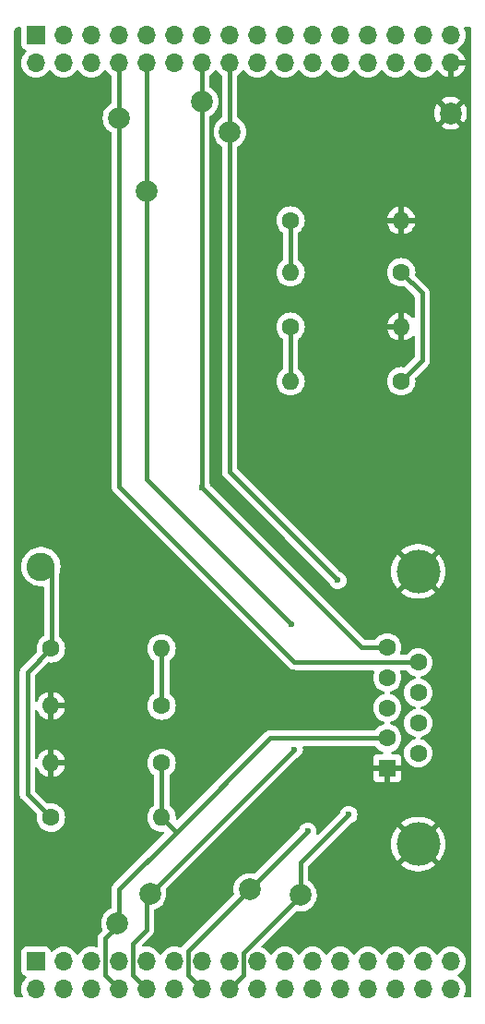
<source format=gtl>
G04 #@! TF.GenerationSoftware,KiCad,Pcbnew,8.0.7*
G04 #@! TF.CreationDate,2025-01-01T11:42:11-05:00*
G04 #@! TF.ProjectId,LauCameraTrigger_MimasA7,4c617543-616d-4657-9261-547269676765,rev?*
G04 #@! TF.SameCoordinates,Original*
G04 #@! TF.FileFunction,Copper,L1,Top*
G04 #@! TF.FilePolarity,Positive*
%FSLAX46Y46*%
G04 Gerber Fmt 4.6, Leading zero omitted, Abs format (unit mm)*
G04 Created by KiCad (PCBNEW 8.0.7) date 2025-01-01 11:42:11*
%MOMM*%
%LPD*%
G01*
G04 APERTURE LIST*
G04 #@! TA.AperFunction,SMDPad,CuDef*
%ADD10C,2.000000*%
G04 #@! TD*
G04 #@! TA.AperFunction,ComponentPad*
%ADD11C,2.600000*%
G04 #@! TD*
G04 #@! TA.AperFunction,ComponentPad*
%ADD12C,1.600000*%
G04 #@! TD*
G04 #@! TA.AperFunction,ComponentPad*
%ADD13O,1.600000X1.600000*%
G04 #@! TD*
G04 #@! TA.AperFunction,ComponentPad*
%ADD14R,1.700000X1.700000*%
G04 #@! TD*
G04 #@! TA.AperFunction,ComponentPad*
%ADD15O,1.700000X1.700000*%
G04 #@! TD*
G04 #@! TA.AperFunction,ComponentPad*
%ADD16R,1.600000X1.600000*%
G04 #@! TD*
G04 #@! TA.AperFunction,ComponentPad*
%ADD17C,4.000000*%
G04 #@! TD*
G04 #@! TA.AperFunction,ViaPad*
%ADD18C,0.600000*%
G04 #@! TD*
G04 #@! TA.AperFunction,Conductor*
%ADD19C,0.400000*%
G04 #@! TD*
G04 APERTURE END LIST*
D10*
X90617214Y-58413130D03*
X70350129Y-60138142D03*
X67790050Y-57355394D03*
X62707994Y-65584011D03*
X60171478Y-58847575D03*
X76828703Y-130113613D03*
X63000000Y-130000000D03*
X60020730Y-132723748D03*
D11*
X53000000Y-100000000D03*
D12*
X53920000Y-123000000D03*
D13*
X64080000Y-123000000D03*
X64080000Y-107500000D03*
D12*
X53920000Y-107500000D03*
X86080000Y-73000000D03*
D13*
X75920000Y-73000000D03*
D12*
X86080000Y-83000000D03*
D13*
X75920000Y-83000000D03*
D12*
X64080000Y-112750000D03*
D13*
X53920000Y-112750000D03*
D12*
X75920000Y-68250000D03*
D13*
X86080000Y-68250000D03*
D12*
X75920000Y-78000000D03*
D13*
X86080000Y-78000000D03*
D12*
X64080000Y-118000000D03*
D13*
X53920000Y-118000000D03*
D14*
X52540000Y-136190000D03*
D15*
X52540000Y-138730000D03*
X55080000Y-136190000D03*
X55080000Y-138730000D03*
X57620000Y-136190000D03*
X57620000Y-138730000D03*
X60160000Y-136190000D03*
X60160000Y-138730000D03*
X62700000Y-136190000D03*
X62700000Y-138730000D03*
X65240000Y-136190000D03*
X65240000Y-138730000D03*
X67780000Y-136190000D03*
X67780000Y-138730000D03*
X70320000Y-136190000D03*
X70320000Y-138730000D03*
X72860000Y-136190000D03*
X72860000Y-138730000D03*
X75400000Y-136190000D03*
X75400000Y-138730000D03*
X77940000Y-136190000D03*
X77940000Y-138730000D03*
X80480000Y-136190000D03*
X80480000Y-138730000D03*
X83020000Y-136190000D03*
X83020000Y-138730000D03*
X85560000Y-136190000D03*
X85560000Y-138730000D03*
X88100000Y-136190000D03*
X88100000Y-138730000D03*
X90640000Y-136190000D03*
X90640000Y-138730000D03*
D14*
X52540000Y-51270000D03*
D15*
X52540000Y-53810000D03*
X55080000Y-51270000D03*
X55080000Y-53810000D03*
X57620000Y-51270000D03*
X57620000Y-53810000D03*
X60160000Y-51270000D03*
X60160000Y-53810000D03*
X62700000Y-51270000D03*
X62700000Y-53810000D03*
X65240000Y-51270000D03*
X65240000Y-53810000D03*
X67780000Y-51270000D03*
X67780000Y-53810000D03*
X70320000Y-51270000D03*
X70320000Y-53810000D03*
X72860000Y-51270000D03*
X72860000Y-53810000D03*
X75400000Y-51270000D03*
X75400000Y-53810000D03*
X77940000Y-51270000D03*
X77940000Y-53810000D03*
X80480000Y-51270000D03*
X80480000Y-53810000D03*
X83020000Y-51270000D03*
X83020000Y-53810000D03*
X85560000Y-51270000D03*
X85560000Y-53810000D03*
X88100000Y-51270000D03*
X88100000Y-53810000D03*
X90640000Y-51270000D03*
X90640000Y-53810000D03*
D12*
X87640000Y-108785000D03*
X87640000Y-111555000D03*
X87640000Y-114325000D03*
X87640000Y-117095000D03*
X84800000Y-107400000D03*
X84800000Y-110170000D03*
X84800000Y-112940000D03*
X84800000Y-115710000D03*
D16*
X84800000Y-118480000D03*
D17*
X87640000Y-100440000D03*
X87640000Y-125440000D03*
D10*
X72175173Y-129607106D03*
D18*
X67780000Y-92780000D03*
X80250000Y-101250000D03*
X76000000Y-105250000D03*
X81250000Y-122750000D03*
X77500000Y-124250000D03*
X76250000Y-116750000D03*
D19*
X81250000Y-122750000D02*
X76850000Y-127150000D01*
X71570000Y-135430000D02*
X71570000Y-137480000D01*
X76850000Y-127150000D02*
X76850000Y-130150000D01*
X76850000Y-130150000D02*
X71570000Y-135430000D01*
X71570000Y-137480000D02*
X70320000Y-138730000D01*
X77500000Y-124250000D02*
X66490000Y-135260000D01*
X66490000Y-135260000D02*
X66490000Y-137440000D01*
X66490000Y-137440000D02*
X67780000Y-138730000D01*
X76250000Y-116750000D02*
X62700000Y-130300000D01*
X62700000Y-133300000D02*
X61450000Y-134550000D01*
X62700000Y-130300000D02*
X62700000Y-133300000D01*
X61450000Y-134550000D02*
X61450000Y-137480000D01*
X61450000Y-137480000D02*
X62700000Y-138730000D01*
X65375000Y-124375000D02*
X60160000Y-129590000D01*
X60160000Y-129590000D02*
X60160000Y-132840000D01*
X60160000Y-132840000D02*
X58910000Y-134090000D01*
X58910000Y-134090000D02*
X58910000Y-137480000D01*
X58910000Y-137480000D02*
X60160000Y-138730000D01*
X86080000Y-73000000D02*
X88000000Y-74920000D01*
X88000000Y-74920000D02*
X88000000Y-81080000D01*
X88000000Y-81080000D02*
X86080000Y-83000000D01*
X75920000Y-68250000D02*
X75920000Y-73000000D01*
X75920000Y-83000000D02*
X75920000Y-78000000D01*
X65375000Y-124295000D02*
X65375000Y-124375000D01*
X65375000Y-124375000D02*
X74040000Y-115710000D01*
X64080000Y-123000000D02*
X65375000Y-124295000D01*
X64080000Y-118000000D02*
X64080000Y-123000000D01*
X64080000Y-107500000D02*
X64080000Y-112750000D01*
X53920000Y-107500000D02*
X51750000Y-109670000D01*
X51750000Y-109670000D02*
X51750000Y-120830000D01*
X51750000Y-120830000D02*
X53920000Y-123000000D01*
X54000000Y-100250000D02*
X54000000Y-107420000D01*
X54000000Y-107420000D02*
X53920000Y-107500000D01*
X76000000Y-97000000D02*
X80250000Y-101250000D01*
X67780000Y-53810000D02*
X67780000Y-92780000D01*
X82400000Y-107400000D02*
X84800000Y-107400000D01*
X67780000Y-92780000D02*
X82400000Y-107400000D01*
X62700000Y-53810000D02*
X62700000Y-91950000D01*
X62700000Y-91950000D02*
X76000000Y-105250000D01*
X76250000Y-108750000D02*
X76500000Y-108750000D01*
X76500000Y-108750000D02*
X76535000Y-108785000D01*
X76535000Y-108785000D02*
X87640000Y-108785000D01*
X74040000Y-115710000D02*
X84800000Y-115710000D01*
X70320000Y-91320000D02*
X76000000Y-97000000D01*
X70320000Y-53810000D02*
X70320000Y-91320000D01*
X60160000Y-92660000D02*
X76250000Y-108750000D01*
X60160000Y-53810000D02*
X60160000Y-92660000D01*
G04 #@! TA.AperFunction,Conductor*
G36*
X51132539Y-50520185D02*
G01*
X51178294Y-50572989D01*
X51189500Y-50624500D01*
X51189500Y-52167870D01*
X51189501Y-52167876D01*
X51195908Y-52227483D01*
X51246202Y-52362328D01*
X51246206Y-52362335D01*
X51332452Y-52477544D01*
X51332455Y-52477547D01*
X51447664Y-52563793D01*
X51447671Y-52563797D01*
X51579081Y-52612810D01*
X51635015Y-52654681D01*
X51659432Y-52720145D01*
X51644580Y-52788418D01*
X51623430Y-52816673D01*
X51501503Y-52938600D01*
X51365965Y-53132169D01*
X51365964Y-53132171D01*
X51266098Y-53346335D01*
X51266094Y-53346344D01*
X51204938Y-53574586D01*
X51204936Y-53574596D01*
X51184341Y-53809999D01*
X51184341Y-53810000D01*
X51204936Y-54045403D01*
X51204938Y-54045413D01*
X51266094Y-54273655D01*
X51266096Y-54273659D01*
X51266097Y-54273663D01*
X51346004Y-54445023D01*
X51365965Y-54487830D01*
X51365967Y-54487834D01*
X51474281Y-54642521D01*
X51501505Y-54681401D01*
X51668599Y-54848495D01*
X51765384Y-54916265D01*
X51862165Y-54984032D01*
X51862167Y-54984033D01*
X51862170Y-54984035D01*
X52076337Y-55083903D01*
X52304592Y-55145063D01*
X52492918Y-55161539D01*
X52539999Y-55165659D01*
X52540000Y-55165659D01*
X52540001Y-55165659D01*
X52579234Y-55162226D01*
X52775408Y-55145063D01*
X53003663Y-55083903D01*
X53217830Y-54984035D01*
X53411401Y-54848495D01*
X53578495Y-54681401D01*
X53708425Y-54495842D01*
X53763002Y-54452217D01*
X53832500Y-54445023D01*
X53894855Y-54476546D01*
X53911575Y-54495842D01*
X54041500Y-54681395D01*
X54041505Y-54681401D01*
X54208599Y-54848495D01*
X54305384Y-54916265D01*
X54402165Y-54984032D01*
X54402167Y-54984033D01*
X54402170Y-54984035D01*
X54616337Y-55083903D01*
X54844592Y-55145063D01*
X55032918Y-55161539D01*
X55079999Y-55165659D01*
X55080000Y-55165659D01*
X55080001Y-55165659D01*
X55119234Y-55162226D01*
X55315408Y-55145063D01*
X55543663Y-55083903D01*
X55757830Y-54984035D01*
X55951401Y-54848495D01*
X56118495Y-54681401D01*
X56248425Y-54495842D01*
X56303002Y-54452217D01*
X56372500Y-54445023D01*
X56434855Y-54476546D01*
X56451575Y-54495842D01*
X56581500Y-54681395D01*
X56581505Y-54681401D01*
X56748599Y-54848495D01*
X56845384Y-54916265D01*
X56942165Y-54984032D01*
X56942167Y-54984033D01*
X56942170Y-54984035D01*
X57156337Y-55083903D01*
X57384592Y-55145063D01*
X57572918Y-55161539D01*
X57619999Y-55165659D01*
X57620000Y-55165659D01*
X57620001Y-55165659D01*
X57659234Y-55162226D01*
X57855408Y-55145063D01*
X58083663Y-55083903D01*
X58297830Y-54984035D01*
X58491401Y-54848495D01*
X58658495Y-54681401D01*
X58788425Y-54495842D01*
X58843002Y-54452217D01*
X58912500Y-54445023D01*
X58974855Y-54476546D01*
X58991575Y-54495842D01*
X59121501Y-54681396D01*
X59121506Y-54681402D01*
X59288597Y-54848494D01*
X59406623Y-54931136D01*
X59450248Y-54985713D01*
X59459500Y-55032711D01*
X59459500Y-57452854D01*
X59439815Y-57519893D01*
X59394520Y-57561908D01*
X59347971Y-57587099D01*
X59151735Y-57739836D01*
X58983311Y-57922792D01*
X58847304Y-58130968D01*
X58747414Y-58358693D01*
X58686370Y-58599750D01*
X58686368Y-58599762D01*
X58665835Y-58847569D01*
X58665835Y-58847580D01*
X58686368Y-59095387D01*
X58686370Y-59095399D01*
X58747414Y-59336456D01*
X58847304Y-59564181D01*
X58983311Y-59772357D01*
X58983314Y-59772360D01*
X59151734Y-59955313D01*
X59274242Y-60050665D01*
X59347966Y-60108047D01*
X59347975Y-60108053D01*
X59394516Y-60133239D01*
X59444107Y-60182457D01*
X59459500Y-60242294D01*
X59459500Y-92591006D01*
X59459500Y-92728994D01*
X59459500Y-92728996D01*
X59459499Y-92728996D01*
X59486418Y-92864322D01*
X59486421Y-92864332D01*
X59539222Y-92991807D01*
X59615887Y-93106545D01*
X75803454Y-109294112D01*
X75918190Y-109370776D01*
X76016790Y-109411617D01*
X76045671Y-109423580D01*
X76045672Y-109423580D01*
X76045677Y-109423582D01*
X76072545Y-109428925D01*
X76072551Y-109428926D01*
X76072591Y-109428934D01*
X76162937Y-109446905D01*
X76181006Y-109450500D01*
X76181007Y-109450500D01*
X76286498Y-109450500D01*
X76324462Y-109458051D01*
X76324839Y-109456811D01*
X76330666Y-109458578D01*
X76330671Y-109458580D01*
X76357591Y-109463934D01*
X76447937Y-109481905D01*
X76466006Y-109485500D01*
X76466007Y-109485500D01*
X83489603Y-109485500D01*
X83556642Y-109505185D01*
X83602397Y-109557989D01*
X83612341Y-109627147D01*
X83601985Y-109661904D01*
X83573263Y-109723497D01*
X83573258Y-109723511D01*
X83514366Y-109943302D01*
X83514364Y-109943313D01*
X83494532Y-110169998D01*
X83494532Y-110170001D01*
X83514364Y-110396686D01*
X83514366Y-110396697D01*
X83573258Y-110616488D01*
X83573261Y-110616497D01*
X83669431Y-110822732D01*
X83669432Y-110822734D01*
X83799954Y-111009141D01*
X83960858Y-111170045D01*
X83960861Y-111170047D01*
X84147266Y-111300568D01*
X84353504Y-111396739D01*
X84353509Y-111396740D01*
X84353511Y-111396741D01*
X84497136Y-111435225D01*
X84556797Y-111471590D01*
X84587326Y-111534437D01*
X84579031Y-111603812D01*
X84534546Y-111657690D01*
X84497136Y-111674775D01*
X84353511Y-111713258D01*
X84353502Y-111713261D01*
X84147267Y-111809431D01*
X84147265Y-111809432D01*
X83960858Y-111939954D01*
X83799954Y-112100858D01*
X83669432Y-112287265D01*
X83669431Y-112287267D01*
X83573261Y-112493502D01*
X83573258Y-112493511D01*
X83514366Y-112713302D01*
X83514364Y-112713313D01*
X83494532Y-112939998D01*
X83494532Y-112940001D01*
X83514364Y-113166686D01*
X83514366Y-113166697D01*
X83573258Y-113386488D01*
X83573261Y-113386497D01*
X83669431Y-113592732D01*
X83669432Y-113592734D01*
X83799954Y-113779141D01*
X83960858Y-113940045D01*
X83960861Y-113940047D01*
X84147266Y-114070568D01*
X84353504Y-114166739D01*
X84353509Y-114166740D01*
X84353511Y-114166741D01*
X84497136Y-114205225D01*
X84556797Y-114241590D01*
X84587326Y-114304437D01*
X84579031Y-114373812D01*
X84534546Y-114427690D01*
X84497136Y-114444775D01*
X84353511Y-114483258D01*
X84353502Y-114483261D01*
X84147267Y-114579431D01*
X84147265Y-114579432D01*
X83960858Y-114709954D01*
X83799954Y-114870858D01*
X83739902Y-114956623D01*
X83685325Y-115000248D01*
X83638327Y-115009500D01*
X73971005Y-115009500D01*
X73835677Y-115036418D01*
X73835667Y-115036421D01*
X73708192Y-115089222D01*
X73593454Y-115165887D01*
X73593453Y-115165888D01*
X65590523Y-123168819D01*
X65529200Y-123202304D01*
X65459508Y-123197320D01*
X65403575Y-123155448D01*
X65379158Y-123089984D01*
X65379313Y-123070341D01*
X65385468Y-123000000D01*
X65365635Y-122773308D01*
X65306739Y-122553504D01*
X65210568Y-122347266D01*
X65080047Y-122160861D01*
X64919139Y-121999953D01*
X64868694Y-121964631D01*
X64833376Y-121939901D01*
X64789751Y-121885324D01*
X64780500Y-121838326D01*
X64780500Y-119161672D01*
X64800185Y-119094633D01*
X64833375Y-119060098D01*
X64919139Y-119000047D01*
X65080047Y-118839139D01*
X65210568Y-118652734D01*
X65306739Y-118446496D01*
X65365635Y-118226692D01*
X65385468Y-118000000D01*
X65365635Y-117773308D01*
X65306739Y-117553504D01*
X65210568Y-117347266D01*
X65080047Y-117160861D01*
X65080045Y-117160858D01*
X64919141Y-116999954D01*
X64732734Y-116869432D01*
X64732732Y-116869431D01*
X64526497Y-116773261D01*
X64526488Y-116773258D01*
X64306697Y-116714366D01*
X64306693Y-116714365D01*
X64306692Y-116714365D01*
X64306691Y-116714364D01*
X64306686Y-116714364D01*
X64080002Y-116694532D01*
X64079998Y-116694532D01*
X63853313Y-116714364D01*
X63853302Y-116714366D01*
X63633511Y-116773258D01*
X63633502Y-116773261D01*
X63427267Y-116869431D01*
X63427265Y-116869432D01*
X63240858Y-116999954D01*
X63079954Y-117160858D01*
X62949432Y-117347265D01*
X62949431Y-117347267D01*
X62853261Y-117553502D01*
X62853258Y-117553511D01*
X62794366Y-117773302D01*
X62794364Y-117773313D01*
X62774532Y-117999998D01*
X62774532Y-118000001D01*
X62794364Y-118226686D01*
X62794366Y-118226697D01*
X62853258Y-118446488D01*
X62853261Y-118446497D01*
X62949431Y-118652732D01*
X62949432Y-118652734D01*
X63079954Y-118839141D01*
X63240857Y-119000044D01*
X63240860Y-119000046D01*
X63240861Y-119000047D01*
X63326623Y-119060097D01*
X63370248Y-119114673D01*
X63379500Y-119161672D01*
X63379500Y-121838326D01*
X63359815Y-121905365D01*
X63326624Y-121939901D01*
X63240863Y-121999951D01*
X63079951Y-122160862D01*
X62949432Y-122347265D01*
X62949431Y-122347267D01*
X62853261Y-122553502D01*
X62853258Y-122553511D01*
X62794366Y-122773302D01*
X62794364Y-122773313D01*
X62774532Y-122999998D01*
X62774532Y-123000001D01*
X62794364Y-123226686D01*
X62794366Y-123226697D01*
X62853258Y-123446488D01*
X62853261Y-123446497D01*
X62949431Y-123652732D01*
X62949432Y-123652734D01*
X63079954Y-123839141D01*
X63240858Y-124000045D01*
X63284637Y-124030699D01*
X63427266Y-124130568D01*
X63633504Y-124226739D01*
X63633509Y-124226740D01*
X63633511Y-124226741D01*
X63686415Y-124240916D01*
X63853308Y-124285635D01*
X64009660Y-124299314D01*
X64079998Y-124305468D01*
X64079999Y-124305468D01*
X64079999Y-124305467D01*
X64080000Y-124305468D01*
X64150332Y-124299314D01*
X64218829Y-124313080D01*
X64269013Y-124361694D01*
X64284947Y-124429723D01*
X64261573Y-124495567D01*
X64248819Y-124510523D01*
X59615888Y-129143453D01*
X59615887Y-129143454D01*
X59539222Y-129258192D01*
X59486422Y-129385665D01*
X59486420Y-129385671D01*
X59486420Y-129385672D01*
X59484166Y-129397006D01*
X59459500Y-129521004D01*
X59459500Y-131247448D01*
X59439815Y-131314487D01*
X59394517Y-131356502D01*
X59362024Y-131374087D01*
X59197226Y-131463270D01*
X59197224Y-131463271D01*
X59000987Y-131616009D01*
X58832563Y-131798965D01*
X58696556Y-132007141D01*
X58596666Y-132234866D01*
X58535622Y-132475923D01*
X58535620Y-132475935D01*
X58515087Y-132723742D01*
X58515087Y-132723753D01*
X58535620Y-132971560D01*
X58535622Y-132971572D01*
X58596666Y-133212626D01*
X58623629Y-133274095D01*
X58632532Y-133343396D01*
X58602555Y-133406508D01*
X58597754Y-133411587D01*
X58365887Y-133643454D01*
X58289223Y-133758192D01*
X58236421Y-133885668D01*
X58236418Y-133885680D01*
X58229437Y-133920776D01*
X58229437Y-133920777D01*
X58209500Y-134021004D01*
X58209500Y-134788214D01*
X58189815Y-134855253D01*
X58137011Y-134901008D01*
X58067853Y-134910952D01*
X58053407Y-134907989D01*
X57855413Y-134854938D01*
X57855403Y-134854936D01*
X57620001Y-134834341D01*
X57619999Y-134834341D01*
X57384596Y-134854936D01*
X57384586Y-134854938D01*
X57156344Y-134916094D01*
X57156335Y-134916098D01*
X56942171Y-135015964D01*
X56942169Y-135015965D01*
X56748597Y-135151505D01*
X56581505Y-135318597D01*
X56451575Y-135504158D01*
X56396998Y-135547783D01*
X56327500Y-135554977D01*
X56265145Y-135523454D01*
X56248425Y-135504158D01*
X56118494Y-135318597D01*
X55951402Y-135151506D01*
X55951395Y-135151501D01*
X55757834Y-135015967D01*
X55757830Y-135015965D01*
X55694938Y-134986638D01*
X55543663Y-134916097D01*
X55543659Y-134916096D01*
X55543655Y-134916094D01*
X55315413Y-134854938D01*
X55315403Y-134854936D01*
X55080001Y-134834341D01*
X55079999Y-134834341D01*
X54844596Y-134854936D01*
X54844586Y-134854938D01*
X54616344Y-134916094D01*
X54616335Y-134916098D01*
X54402171Y-135015964D01*
X54402169Y-135015965D01*
X54208600Y-135151503D01*
X54086673Y-135273430D01*
X54025350Y-135306914D01*
X53955658Y-135301930D01*
X53899725Y-135260058D01*
X53882810Y-135229081D01*
X53833797Y-135097671D01*
X53833793Y-135097664D01*
X53747547Y-134982455D01*
X53747544Y-134982452D01*
X53632335Y-134896206D01*
X53632328Y-134896202D01*
X53497482Y-134845908D01*
X53497483Y-134845908D01*
X53437883Y-134839501D01*
X53437881Y-134839500D01*
X53437873Y-134839500D01*
X53437864Y-134839500D01*
X51642129Y-134839500D01*
X51642123Y-134839501D01*
X51582516Y-134845908D01*
X51447671Y-134896202D01*
X51447664Y-134896206D01*
X51332455Y-134982452D01*
X51332452Y-134982455D01*
X51246206Y-135097664D01*
X51246202Y-135097671D01*
X51195908Y-135232517D01*
X51189501Y-135292116D01*
X51189500Y-135292135D01*
X51189500Y-137087870D01*
X51189501Y-137087876D01*
X51195908Y-137147483D01*
X51246202Y-137282328D01*
X51246206Y-137282335D01*
X51332452Y-137397544D01*
X51332455Y-137397547D01*
X51447664Y-137483793D01*
X51447671Y-137483797D01*
X51579081Y-137532810D01*
X51635015Y-137574681D01*
X51659432Y-137640145D01*
X51644580Y-137708418D01*
X51623430Y-137736673D01*
X51501503Y-137858600D01*
X51365965Y-138052169D01*
X51365964Y-138052171D01*
X51266098Y-138266335D01*
X51266094Y-138266344D01*
X51204938Y-138494586D01*
X51204936Y-138494596D01*
X51184341Y-138729999D01*
X51184341Y-138730000D01*
X51204936Y-138965403D01*
X51204938Y-138965413D01*
X51266094Y-139193655D01*
X51266097Y-139193664D01*
X51270701Y-139203537D01*
X51326453Y-139323097D01*
X51336945Y-139392172D01*
X51308426Y-139455956D01*
X51249949Y-139494196D01*
X51214071Y-139499500D01*
X51006962Y-139499500D01*
X50993078Y-139498720D01*
X50980553Y-139497308D01*
X50902735Y-139488540D01*
X50875666Y-139482362D01*
X50796462Y-139454648D01*
X50771444Y-139442600D01*
X50700395Y-139397957D01*
X50678686Y-139380644D01*
X50619355Y-139321313D01*
X50602042Y-139299604D01*
X50557399Y-139228555D01*
X50545351Y-139203537D01*
X50544824Y-139202032D01*
X50517636Y-139124331D01*
X50511459Y-139097263D01*
X50501280Y-139006922D01*
X50500500Y-138993038D01*
X50500500Y-120898996D01*
X51049499Y-120898996D01*
X51076418Y-121034322D01*
X51076421Y-121034332D01*
X51129222Y-121161807D01*
X51205887Y-121276545D01*
X51205888Y-121276546D01*
X52598972Y-122669628D01*
X52632457Y-122730951D01*
X52634819Y-122768116D01*
X52614532Y-122999998D01*
X52614532Y-123000001D01*
X52634364Y-123226686D01*
X52634366Y-123226697D01*
X52693258Y-123446488D01*
X52693261Y-123446497D01*
X52789431Y-123652732D01*
X52789432Y-123652734D01*
X52919954Y-123839141D01*
X53080858Y-124000045D01*
X53124637Y-124030699D01*
X53267266Y-124130568D01*
X53473504Y-124226739D01*
X53473509Y-124226740D01*
X53473511Y-124226741D01*
X53526415Y-124240916D01*
X53693308Y-124285635D01*
X53849660Y-124299314D01*
X53919998Y-124305468D01*
X53920000Y-124305468D01*
X53920002Y-124305468D01*
X53990340Y-124299314D01*
X54146692Y-124285635D01*
X54366496Y-124226739D01*
X54572734Y-124130568D01*
X54759139Y-124000047D01*
X54920047Y-123839139D01*
X55050568Y-123652734D01*
X55146739Y-123446496D01*
X55205635Y-123226692D01*
X55225468Y-123000000D01*
X55205635Y-122773308D01*
X55146739Y-122553504D01*
X55050568Y-122347266D01*
X54920047Y-122160861D01*
X54920045Y-122160858D01*
X54759141Y-121999954D01*
X54572734Y-121869432D01*
X54572732Y-121869431D01*
X54366497Y-121773261D01*
X54366488Y-121773258D01*
X54146697Y-121714366D01*
X54146693Y-121714365D01*
X54146692Y-121714365D01*
X54146691Y-121714364D01*
X54146686Y-121714364D01*
X53920002Y-121694532D01*
X53919998Y-121694532D01*
X53688116Y-121714819D01*
X53619616Y-121701052D01*
X53589628Y-121678972D01*
X52486819Y-120576162D01*
X52453334Y-120514839D01*
X52450500Y-120488481D01*
X52450500Y-118480442D01*
X52470185Y-118413403D01*
X52522989Y-118367648D01*
X52592147Y-118357704D01*
X52655703Y-118386729D01*
X52690947Y-118441570D01*
X52691879Y-118441231D01*
X52693381Y-118445358D01*
X52693477Y-118445507D01*
X52693616Y-118446003D01*
X52693734Y-118446326D01*
X52789865Y-118652482D01*
X52920342Y-118838820D01*
X53081179Y-118999657D01*
X53267517Y-119130134D01*
X53473673Y-119226265D01*
X53473682Y-119226269D01*
X53669999Y-119278872D01*
X53670000Y-119278871D01*
X53670000Y-118315686D01*
X53674394Y-118320080D01*
X53765606Y-118372741D01*
X53867339Y-118400000D01*
X53972661Y-118400000D01*
X54074394Y-118372741D01*
X54165606Y-118320080D01*
X54170000Y-118315686D01*
X54170000Y-119278872D01*
X54366317Y-119226269D01*
X54366326Y-119226265D01*
X54572482Y-119130134D01*
X54758820Y-118999657D01*
X54919657Y-118838820D01*
X55050134Y-118652482D01*
X55146265Y-118446326D01*
X55146269Y-118446317D01*
X55198872Y-118250000D01*
X54235686Y-118250000D01*
X54240080Y-118245606D01*
X54292741Y-118154394D01*
X54320000Y-118052661D01*
X54320000Y-117947339D01*
X54292741Y-117845606D01*
X54240080Y-117754394D01*
X54235686Y-117750000D01*
X55198872Y-117750000D01*
X55198872Y-117749999D01*
X55146269Y-117553682D01*
X55146265Y-117553673D01*
X55050134Y-117347517D01*
X54919657Y-117161179D01*
X54758820Y-117000342D01*
X54572482Y-116869865D01*
X54366328Y-116773734D01*
X54170000Y-116721127D01*
X54170000Y-117684314D01*
X54165606Y-117679920D01*
X54074394Y-117627259D01*
X53972661Y-117600000D01*
X53867339Y-117600000D01*
X53765606Y-117627259D01*
X53674394Y-117679920D01*
X53670000Y-117684314D01*
X53670000Y-116721127D01*
X53473671Y-116773734D01*
X53267517Y-116869865D01*
X53081179Y-117000342D01*
X52920342Y-117161179D01*
X52789865Y-117347517D01*
X52693734Y-117553673D01*
X52691879Y-117558769D01*
X52690290Y-117558190D01*
X52657904Y-117611316D01*
X52595055Y-117641841D01*
X52525680Y-117633542D01*
X52471805Y-117589053D01*
X52450535Y-117522500D01*
X52450500Y-117519557D01*
X52450500Y-113230442D01*
X52470185Y-113163403D01*
X52522989Y-113117648D01*
X52592147Y-113107704D01*
X52655703Y-113136729D01*
X52690947Y-113191570D01*
X52691879Y-113191231D01*
X52693381Y-113195358D01*
X52693477Y-113195507D01*
X52693616Y-113196003D01*
X52693734Y-113196326D01*
X52789865Y-113402482D01*
X52920342Y-113588820D01*
X53081179Y-113749657D01*
X53267517Y-113880134D01*
X53473673Y-113976265D01*
X53473682Y-113976269D01*
X53669999Y-114028872D01*
X53670000Y-114028871D01*
X53670000Y-113065686D01*
X53674394Y-113070080D01*
X53765606Y-113122741D01*
X53867339Y-113150000D01*
X53972661Y-113150000D01*
X54074394Y-113122741D01*
X54165606Y-113070080D01*
X54170000Y-113065686D01*
X54170000Y-114028872D01*
X54366317Y-113976269D01*
X54366326Y-113976265D01*
X54572482Y-113880134D01*
X54758820Y-113749657D01*
X54919657Y-113588820D01*
X55050134Y-113402482D01*
X55146265Y-113196326D01*
X55146269Y-113196317D01*
X55198872Y-113000000D01*
X54235686Y-113000000D01*
X54240080Y-112995606D01*
X54292741Y-112904394D01*
X54320000Y-112802661D01*
X54320000Y-112697339D01*
X54292741Y-112595606D01*
X54240080Y-112504394D01*
X54235686Y-112500000D01*
X55198872Y-112500000D01*
X55198872Y-112499999D01*
X55146269Y-112303682D01*
X55146265Y-112303673D01*
X55050134Y-112097517D01*
X54919657Y-111911179D01*
X54758820Y-111750342D01*
X54572482Y-111619865D01*
X54366328Y-111523734D01*
X54170000Y-111471127D01*
X54170000Y-112434314D01*
X54165606Y-112429920D01*
X54074394Y-112377259D01*
X53972661Y-112350000D01*
X53867339Y-112350000D01*
X53765606Y-112377259D01*
X53674394Y-112429920D01*
X53670000Y-112434314D01*
X53670000Y-111471127D01*
X53473671Y-111523734D01*
X53267517Y-111619865D01*
X53081179Y-111750342D01*
X52920342Y-111911179D01*
X52789865Y-112097517D01*
X52693734Y-112303673D01*
X52691879Y-112308769D01*
X52690290Y-112308190D01*
X52657904Y-112361316D01*
X52595055Y-112391841D01*
X52525680Y-112383542D01*
X52471805Y-112339053D01*
X52450535Y-112272500D01*
X52450500Y-112269557D01*
X52450500Y-110011517D01*
X52470185Y-109944478D01*
X52486814Y-109923840D01*
X53589629Y-108821025D01*
X53650950Y-108787542D01*
X53688116Y-108785180D01*
X53693303Y-108785633D01*
X53693308Y-108785635D01*
X53896015Y-108803369D01*
X53919999Y-108805468D01*
X53920000Y-108805468D01*
X53920002Y-108805468D01*
X53976673Y-108800509D01*
X54146692Y-108785635D01*
X54366496Y-108726739D01*
X54572734Y-108630568D01*
X54759139Y-108500047D01*
X54920047Y-108339139D01*
X55050568Y-108152734D01*
X55146739Y-107946496D01*
X55205635Y-107726692D01*
X55225468Y-107500000D01*
X55225468Y-107499998D01*
X62774532Y-107499998D01*
X62774532Y-107500001D01*
X62794364Y-107726686D01*
X62794366Y-107726697D01*
X62853258Y-107946488D01*
X62853261Y-107946497D01*
X62949431Y-108152732D01*
X62949432Y-108152734D01*
X63079954Y-108339141D01*
X63240857Y-108500044D01*
X63240860Y-108500046D01*
X63240861Y-108500047D01*
X63326623Y-108560097D01*
X63370248Y-108614673D01*
X63379500Y-108661672D01*
X63379500Y-111588326D01*
X63359815Y-111655365D01*
X63326624Y-111689901D01*
X63240863Y-111749951D01*
X63079951Y-111910862D01*
X62949432Y-112097265D01*
X62949431Y-112097267D01*
X62853261Y-112303502D01*
X62853258Y-112303511D01*
X62794366Y-112523302D01*
X62794364Y-112523313D01*
X62774532Y-112749998D01*
X62774532Y-112750001D01*
X62794364Y-112976686D01*
X62794366Y-112976697D01*
X62853258Y-113196488D01*
X62853261Y-113196497D01*
X62949431Y-113402732D01*
X62949432Y-113402734D01*
X63079954Y-113589141D01*
X63240858Y-113750045D01*
X63240861Y-113750047D01*
X63427266Y-113880568D01*
X63633504Y-113976739D01*
X63853308Y-114035635D01*
X64015230Y-114049801D01*
X64079998Y-114055468D01*
X64080000Y-114055468D01*
X64080002Y-114055468D01*
X64136673Y-114050509D01*
X64306692Y-114035635D01*
X64526496Y-113976739D01*
X64732734Y-113880568D01*
X64919139Y-113750047D01*
X65080047Y-113589139D01*
X65210568Y-113402734D01*
X65306739Y-113196496D01*
X65365635Y-112976692D01*
X65385468Y-112750000D01*
X65365635Y-112523308D01*
X65306739Y-112303504D01*
X65210568Y-112097266D01*
X65080047Y-111910861D01*
X64919139Y-111749953D01*
X64833376Y-111689901D01*
X64789751Y-111635324D01*
X64780500Y-111588326D01*
X64780500Y-108661672D01*
X64800185Y-108594633D01*
X64833375Y-108560098D01*
X64919139Y-108500047D01*
X65080047Y-108339139D01*
X65210568Y-108152734D01*
X65306739Y-107946496D01*
X65365635Y-107726692D01*
X65385468Y-107500000D01*
X65385412Y-107499365D01*
X65365635Y-107273313D01*
X65365635Y-107273308D01*
X65306739Y-107053504D01*
X65210568Y-106847266D01*
X65093319Y-106679815D01*
X65080045Y-106660858D01*
X64919141Y-106499954D01*
X64732734Y-106369432D01*
X64732732Y-106369431D01*
X64526497Y-106273261D01*
X64526488Y-106273258D01*
X64306697Y-106214366D01*
X64306693Y-106214365D01*
X64306692Y-106214365D01*
X64306691Y-106214364D01*
X64306686Y-106214364D01*
X64080002Y-106194532D01*
X64079998Y-106194532D01*
X63853313Y-106214364D01*
X63853302Y-106214366D01*
X63633511Y-106273258D01*
X63633502Y-106273261D01*
X63427267Y-106369431D01*
X63427265Y-106369432D01*
X63240858Y-106499954D01*
X63079954Y-106660858D01*
X62949432Y-106847265D01*
X62949431Y-106847267D01*
X62853261Y-107053502D01*
X62853258Y-107053511D01*
X62794366Y-107273302D01*
X62794364Y-107273313D01*
X62774532Y-107499998D01*
X55225468Y-107499998D01*
X55225412Y-107499365D01*
X55205635Y-107273313D01*
X55205635Y-107273308D01*
X55146739Y-107053504D01*
X55050568Y-106847266D01*
X54933319Y-106679815D01*
X54920048Y-106660862D01*
X54905809Y-106646623D01*
X54759139Y-106499953D01*
X54753374Y-106495916D01*
X54709751Y-106441339D01*
X54700500Y-106394343D01*
X54700500Y-100618932D01*
X54709072Y-100573629D01*
X54725334Y-100532195D01*
X54785383Y-100269103D01*
X54805549Y-100000000D01*
X54791838Y-99817041D01*
X54785383Y-99730898D01*
X54725335Y-99467811D01*
X54725334Y-99467805D01*
X54626743Y-99216602D01*
X54491815Y-98982898D01*
X54323561Y-98771915D01*
X54323560Y-98771914D01*
X54323557Y-98771910D01*
X54125741Y-98588365D01*
X53902775Y-98436349D01*
X53902769Y-98436346D01*
X53902768Y-98436345D01*
X53902767Y-98436344D01*
X53659643Y-98319263D01*
X53659645Y-98319263D01*
X53401773Y-98239720D01*
X53401767Y-98239718D01*
X53134936Y-98199500D01*
X53134929Y-98199500D01*
X52865071Y-98199500D01*
X52865063Y-98199500D01*
X52598232Y-98239718D01*
X52598226Y-98239720D01*
X52340358Y-98319262D01*
X52097230Y-98436346D01*
X51874258Y-98588365D01*
X51676442Y-98771910D01*
X51508185Y-98982898D01*
X51373258Y-99216599D01*
X51373256Y-99216603D01*
X51274666Y-99467804D01*
X51274664Y-99467811D01*
X51214616Y-99730898D01*
X51194451Y-99999995D01*
X51194451Y-100000004D01*
X51214616Y-100269101D01*
X51274664Y-100532188D01*
X51274666Y-100532195D01*
X51373256Y-100783396D01*
X51373258Y-100783400D01*
X51391311Y-100814668D01*
X51508185Y-101017102D01*
X51644080Y-101187509D01*
X51676442Y-101228089D01*
X51820907Y-101362132D01*
X51874259Y-101411635D01*
X52097226Y-101563651D01*
X52340359Y-101680738D01*
X52598228Y-101760280D01*
X52598229Y-101760280D01*
X52598232Y-101760281D01*
X52865063Y-101800499D01*
X52865068Y-101800499D01*
X52865071Y-101800500D01*
X52865072Y-101800500D01*
X53134923Y-101800500D01*
X53134929Y-101800500D01*
X53157019Y-101797170D01*
X53226243Y-101806643D01*
X53279357Y-101852037D01*
X53299497Y-101918941D01*
X53299500Y-101919785D01*
X53299500Y-106282310D01*
X53279815Y-106349349D01*
X53246623Y-106383885D01*
X53080859Y-106499953D01*
X52919954Y-106660858D01*
X52789432Y-106847265D01*
X52789431Y-106847267D01*
X52693261Y-107053502D01*
X52693258Y-107053511D01*
X52634366Y-107273302D01*
X52634364Y-107273313D01*
X52614532Y-107499998D01*
X52614532Y-107500001D01*
X52634819Y-107731882D01*
X52621052Y-107800382D01*
X52598972Y-107830370D01*
X51205883Y-109223459D01*
X51182197Y-109258911D01*
X51182195Y-109258914D01*
X51129228Y-109338183D01*
X51129221Y-109338195D01*
X51076421Y-109465667D01*
X51076418Y-109465677D01*
X51049500Y-109601004D01*
X51049500Y-109601007D01*
X51049500Y-120761006D01*
X51049500Y-120898994D01*
X51049500Y-120898996D01*
X51049499Y-120898996D01*
X50500500Y-120898996D01*
X50500500Y-51006961D01*
X50501280Y-50993077D01*
X50511459Y-50902731D01*
X50517635Y-50875670D01*
X50545353Y-50796456D01*
X50557396Y-50771450D01*
X50602046Y-50700389D01*
X50619351Y-50678690D01*
X50678690Y-50619351D01*
X50700389Y-50602046D01*
X50771450Y-50557396D01*
X50796456Y-50545353D01*
X50875670Y-50517635D01*
X50902733Y-50511459D01*
X50965419Y-50504396D01*
X50993079Y-50501280D01*
X51006962Y-50500500D01*
X51065500Y-50500500D01*
X51132539Y-50520185D01*
G37*
G04 #@! TD.AperFunction*
G04 #@! TA.AperFunction,Conductor*
G36*
X92442539Y-50520185D02*
G01*
X92488294Y-50572989D01*
X92499500Y-50624500D01*
X92499500Y-139375500D01*
X92479815Y-139442539D01*
X92427011Y-139488294D01*
X92375500Y-139499500D01*
X91965929Y-139499500D01*
X91898890Y-139479815D01*
X91853135Y-139427011D01*
X91843191Y-139357853D01*
X91853545Y-139323099D01*
X91913903Y-139193663D01*
X91975063Y-138965408D01*
X91995659Y-138730000D01*
X91975063Y-138494592D01*
X91913903Y-138266337D01*
X91814035Y-138052171D01*
X91808425Y-138044158D01*
X91678494Y-137858597D01*
X91511402Y-137691506D01*
X91511396Y-137691501D01*
X91325842Y-137561575D01*
X91282217Y-137506998D01*
X91275023Y-137437500D01*
X91306546Y-137375145D01*
X91325842Y-137358425D01*
X91348026Y-137342891D01*
X91511401Y-137228495D01*
X91678495Y-137061401D01*
X91814035Y-136867830D01*
X91913903Y-136653663D01*
X91975063Y-136425408D01*
X91995659Y-136190000D01*
X91975063Y-135954592D01*
X91913903Y-135726337D01*
X91814035Y-135512171D01*
X91808425Y-135504158D01*
X91678494Y-135318597D01*
X91511402Y-135151506D01*
X91511395Y-135151501D01*
X91317834Y-135015967D01*
X91317830Y-135015965D01*
X91254938Y-134986638D01*
X91103663Y-134916097D01*
X91103659Y-134916096D01*
X91103655Y-134916094D01*
X90875413Y-134854938D01*
X90875403Y-134854936D01*
X90640001Y-134834341D01*
X90639999Y-134834341D01*
X90404596Y-134854936D01*
X90404586Y-134854938D01*
X90176344Y-134916094D01*
X90176335Y-134916098D01*
X89962171Y-135015964D01*
X89962169Y-135015965D01*
X89768597Y-135151505D01*
X89601505Y-135318597D01*
X89471575Y-135504158D01*
X89416998Y-135547783D01*
X89347500Y-135554977D01*
X89285145Y-135523454D01*
X89268425Y-135504158D01*
X89138494Y-135318597D01*
X88971402Y-135151506D01*
X88971395Y-135151501D01*
X88777834Y-135015967D01*
X88777830Y-135015965D01*
X88714938Y-134986638D01*
X88563663Y-134916097D01*
X88563659Y-134916096D01*
X88563655Y-134916094D01*
X88335413Y-134854938D01*
X88335403Y-134854936D01*
X88100001Y-134834341D01*
X88099999Y-134834341D01*
X87864596Y-134854936D01*
X87864586Y-134854938D01*
X87636344Y-134916094D01*
X87636335Y-134916098D01*
X87422171Y-135015964D01*
X87422169Y-135015965D01*
X87228597Y-135151505D01*
X87061505Y-135318597D01*
X86931575Y-135504158D01*
X86876998Y-135547783D01*
X86807500Y-135554977D01*
X86745145Y-135523454D01*
X86728425Y-135504158D01*
X86598494Y-135318597D01*
X86431402Y-135151506D01*
X86431395Y-135151501D01*
X86237834Y-135015967D01*
X86237830Y-135015965D01*
X86174938Y-134986638D01*
X86023663Y-134916097D01*
X86023659Y-134916096D01*
X86023655Y-134916094D01*
X85795413Y-134854938D01*
X85795403Y-134854936D01*
X85560001Y-134834341D01*
X85559999Y-134834341D01*
X85324596Y-134854936D01*
X85324586Y-134854938D01*
X85096344Y-134916094D01*
X85096335Y-134916098D01*
X84882171Y-135015964D01*
X84882169Y-135015965D01*
X84688597Y-135151505D01*
X84521505Y-135318597D01*
X84391575Y-135504158D01*
X84336998Y-135547783D01*
X84267500Y-135554977D01*
X84205145Y-135523454D01*
X84188425Y-135504158D01*
X84058494Y-135318597D01*
X83891402Y-135151506D01*
X83891395Y-135151501D01*
X83697834Y-135015967D01*
X83697830Y-135015965D01*
X83634938Y-134986638D01*
X83483663Y-134916097D01*
X83483659Y-134916096D01*
X83483655Y-134916094D01*
X83255413Y-134854938D01*
X83255403Y-134854936D01*
X83020001Y-134834341D01*
X83019999Y-134834341D01*
X82784596Y-134854936D01*
X82784586Y-134854938D01*
X82556344Y-134916094D01*
X82556335Y-134916098D01*
X82342171Y-135015964D01*
X82342169Y-135015965D01*
X82148597Y-135151505D01*
X81981505Y-135318597D01*
X81851575Y-135504158D01*
X81796998Y-135547783D01*
X81727500Y-135554977D01*
X81665145Y-135523454D01*
X81648425Y-135504158D01*
X81518494Y-135318597D01*
X81351402Y-135151506D01*
X81351395Y-135151501D01*
X81157834Y-135015967D01*
X81157830Y-135015965D01*
X81094938Y-134986638D01*
X80943663Y-134916097D01*
X80943659Y-134916096D01*
X80943655Y-134916094D01*
X80715413Y-134854938D01*
X80715403Y-134854936D01*
X80480001Y-134834341D01*
X80479999Y-134834341D01*
X80244596Y-134854936D01*
X80244586Y-134854938D01*
X80016344Y-134916094D01*
X80016335Y-134916098D01*
X79802171Y-135015964D01*
X79802169Y-135015965D01*
X79608597Y-135151505D01*
X79441505Y-135318597D01*
X79311575Y-135504158D01*
X79256998Y-135547783D01*
X79187500Y-135554977D01*
X79125145Y-135523454D01*
X79108425Y-135504158D01*
X78978494Y-135318597D01*
X78811402Y-135151506D01*
X78811395Y-135151501D01*
X78617834Y-135015967D01*
X78617830Y-135015965D01*
X78554938Y-134986638D01*
X78403663Y-134916097D01*
X78403659Y-134916096D01*
X78403655Y-134916094D01*
X78175413Y-134854938D01*
X78175403Y-134854936D01*
X77940001Y-134834341D01*
X77939999Y-134834341D01*
X77704596Y-134854936D01*
X77704586Y-134854938D01*
X77476344Y-134916094D01*
X77476335Y-134916098D01*
X77262171Y-135015964D01*
X77262169Y-135015965D01*
X77068597Y-135151505D01*
X76901505Y-135318597D01*
X76771575Y-135504158D01*
X76716998Y-135547783D01*
X76647500Y-135554977D01*
X76585145Y-135523454D01*
X76568425Y-135504158D01*
X76438494Y-135318597D01*
X76271402Y-135151506D01*
X76271395Y-135151501D01*
X76077834Y-135015967D01*
X76077830Y-135015965D01*
X76014938Y-134986638D01*
X75863663Y-134916097D01*
X75863659Y-134916096D01*
X75863655Y-134916094D01*
X75635413Y-134854938D01*
X75635403Y-134854936D01*
X75400001Y-134834341D01*
X75399999Y-134834341D01*
X75164596Y-134854936D01*
X75164586Y-134854938D01*
X74936344Y-134916094D01*
X74936335Y-134916098D01*
X74722171Y-135015964D01*
X74722169Y-135015965D01*
X74528597Y-135151505D01*
X74361505Y-135318597D01*
X74231575Y-135504158D01*
X74176998Y-135547783D01*
X74107500Y-135554977D01*
X74045145Y-135523454D01*
X74028425Y-135504158D01*
X73898494Y-135318597D01*
X73731402Y-135151506D01*
X73731395Y-135151501D01*
X73537834Y-135015967D01*
X73537830Y-135015965D01*
X73474938Y-134986638D01*
X73323663Y-134916097D01*
X73323662Y-134916096D01*
X73318756Y-134913809D01*
X73319249Y-134912751D01*
X73267659Y-134874755D01*
X73242733Y-134809483D01*
X73257052Y-134741096D01*
X73278660Y-134711995D01*
X76378291Y-131612364D01*
X76439612Y-131578881D01*
X76486379Y-131577738D01*
X76704368Y-131614113D01*
X76953038Y-131614113D01*
X77198317Y-131573184D01*
X77433513Y-131492441D01*
X77652212Y-131374087D01*
X77848447Y-131221351D01*
X78016867Y-131038398D01*
X78152876Y-130830220D01*
X78252766Y-130602494D01*
X78313811Y-130361434D01*
X78323225Y-130247824D01*
X78334346Y-130113618D01*
X78334346Y-130113607D01*
X78313812Y-129865800D01*
X78313810Y-129865788D01*
X78252766Y-129624731D01*
X78152876Y-129397006D01*
X78016869Y-129188830D01*
X77951871Y-129118224D01*
X77848447Y-129005875D01*
X77652212Y-128853139D01*
X77652210Y-128853138D01*
X77652209Y-128853137D01*
X77615480Y-128833260D01*
X77565891Y-128784039D01*
X77550500Y-128724206D01*
X77550500Y-127491518D01*
X77570185Y-127424479D01*
X77586814Y-127403842D01*
X79550661Y-125439994D01*
X85135057Y-125439994D01*
X85135057Y-125440005D01*
X85154807Y-125753942D01*
X85154808Y-125753949D01*
X85213755Y-126062958D01*
X85310963Y-126362132D01*
X85310965Y-126362137D01*
X85444900Y-126646761D01*
X85444903Y-126646767D01*
X85613452Y-126912359D01*
X85704286Y-127022158D01*
X86345747Y-126380697D01*
X86419588Y-126482330D01*
X86597670Y-126660412D01*
X86699300Y-126734251D01*
X86054972Y-127378579D01*
X86297780Y-127554990D01*
X86297790Y-127554996D01*
X86573447Y-127706540D01*
X86573455Y-127706544D01*
X86865926Y-127822340D01*
X87170620Y-127900573D01*
X87170629Y-127900575D01*
X87482701Y-127939999D01*
X87482715Y-127940000D01*
X87797285Y-127940000D01*
X87797298Y-127939999D01*
X88109370Y-127900575D01*
X88109379Y-127900573D01*
X88414073Y-127822340D01*
X88706544Y-127706544D01*
X88706552Y-127706540D01*
X88982203Y-127555000D01*
X88982214Y-127554993D01*
X89225025Y-127378579D01*
X89225026Y-127378579D01*
X88580698Y-126734251D01*
X88682330Y-126660412D01*
X88860412Y-126482330D01*
X88934252Y-126380698D01*
X89575712Y-127022158D01*
X89666544Y-126912364D01*
X89835096Y-126646767D01*
X89835099Y-126646761D01*
X89969034Y-126362137D01*
X89969036Y-126362132D01*
X90066244Y-126062958D01*
X90125191Y-125753949D01*
X90125192Y-125753942D01*
X90144943Y-125440005D01*
X90144943Y-125439994D01*
X90125192Y-125126057D01*
X90125191Y-125126050D01*
X90066244Y-124817041D01*
X89969036Y-124517867D01*
X89969034Y-124517862D01*
X89835099Y-124233238D01*
X89835096Y-124233232D01*
X89666544Y-123967635D01*
X89575712Y-123857839D01*
X88934251Y-124499300D01*
X88860412Y-124397670D01*
X88682330Y-124219588D01*
X88580697Y-124145747D01*
X89225026Y-123501419D01*
X88982219Y-123325009D01*
X88982209Y-123325003D01*
X88706552Y-123173459D01*
X88706544Y-123173455D01*
X88414073Y-123057659D01*
X88109379Y-122979426D01*
X88109370Y-122979424D01*
X87797298Y-122940000D01*
X87482701Y-122940000D01*
X87170629Y-122979424D01*
X87170620Y-122979426D01*
X86865926Y-123057659D01*
X86573455Y-123173455D01*
X86573447Y-123173459D01*
X86297790Y-123325003D01*
X86297772Y-123325014D01*
X86054973Y-123501417D01*
X86054972Y-123501419D01*
X86699301Y-124145748D01*
X86597670Y-124219588D01*
X86419588Y-124397670D01*
X86345748Y-124499301D01*
X85704286Y-123857839D01*
X85613460Y-123967628D01*
X85613457Y-123967632D01*
X85444903Y-124233232D01*
X85444900Y-124233238D01*
X85310965Y-124517862D01*
X85310963Y-124517867D01*
X85213755Y-124817041D01*
X85154808Y-125126050D01*
X85154807Y-125126057D01*
X85135057Y-125439994D01*
X79550661Y-125439994D01*
X81449290Y-123541365D01*
X81496013Y-123512007D01*
X81599522Y-123475789D01*
X81752262Y-123379816D01*
X81879816Y-123252262D01*
X81975789Y-123099522D01*
X82035368Y-122929255D01*
X82035369Y-122929249D01*
X82055565Y-122750003D01*
X82055565Y-122749996D01*
X82035369Y-122570750D01*
X82035368Y-122570745D01*
X81975788Y-122400476D01*
X81879815Y-122247737D01*
X81752262Y-122120184D01*
X81599523Y-122024211D01*
X81429254Y-121964631D01*
X81429249Y-121964630D01*
X81250004Y-121944435D01*
X81249996Y-121944435D01*
X81070750Y-121964630D01*
X81070745Y-121964631D01*
X80900476Y-122024211D01*
X80747737Y-122120184D01*
X80620184Y-122247737D01*
X80524212Y-122400475D01*
X80524211Y-122400476D01*
X80487992Y-122503984D01*
X80458632Y-122550709D01*
X78498523Y-124510818D01*
X78437200Y-124544303D01*
X78367508Y-124539319D01*
X78311575Y-124497447D01*
X78287158Y-124431983D01*
X78287622Y-124409254D01*
X78305565Y-124250003D01*
X78305565Y-124249996D01*
X78285369Y-124070750D01*
X78285368Y-124070745D01*
X78225788Y-123900476D01*
X78129815Y-123747737D01*
X78002262Y-123620184D01*
X77849523Y-123524211D01*
X77679254Y-123464631D01*
X77679249Y-123464630D01*
X77500004Y-123444435D01*
X77499996Y-123444435D01*
X77320750Y-123464630D01*
X77320745Y-123464631D01*
X77150476Y-123524211D01*
X76997737Y-123620184D01*
X76870184Y-123747737D01*
X76774212Y-123900475D01*
X76774211Y-123900476D01*
X76737991Y-124003986D01*
X76708631Y-124050711D01*
X72647357Y-128111985D01*
X72586034Y-128145470D01*
X72539267Y-128146613D01*
X72299508Y-128106606D01*
X72050838Y-128106606D01*
X71805556Y-128147535D01*
X71570370Y-128228275D01*
X71570361Y-128228278D01*
X71351666Y-128346630D01*
X71247621Y-128427612D01*
X71155429Y-128499368D01*
X71144655Y-128511072D01*
X70987006Y-128682323D01*
X70850999Y-128890499D01*
X70751109Y-129118224D01*
X70690065Y-129359281D01*
X70690063Y-129359293D01*
X70669530Y-129607100D01*
X70669530Y-129607111D01*
X70690063Y-129854918D01*
X70690065Y-129854931D01*
X70716081Y-129957665D01*
X70713455Y-130027486D01*
X70683556Y-130075786D01*
X65945890Y-134813451D01*
X65945884Y-134813458D01*
X65900214Y-134881810D01*
X65900214Y-134881811D01*
X65895152Y-134889387D01*
X65841539Y-134934191D01*
X65772214Y-134942897D01*
X65739650Y-134932877D01*
X65703663Y-134916097D01*
X65703660Y-134916096D01*
X65703655Y-134916094D01*
X65475413Y-134854938D01*
X65475403Y-134854936D01*
X65240001Y-134834341D01*
X65239999Y-134834341D01*
X65004596Y-134854936D01*
X65004586Y-134854938D01*
X64776344Y-134916094D01*
X64776335Y-134916098D01*
X64562171Y-135015964D01*
X64562169Y-135015965D01*
X64368597Y-135151505D01*
X64201505Y-135318597D01*
X64071575Y-135504158D01*
X64016998Y-135547783D01*
X63947500Y-135554977D01*
X63885145Y-135523454D01*
X63868425Y-135504158D01*
X63738494Y-135318597D01*
X63571402Y-135151506D01*
X63571395Y-135151501D01*
X63377834Y-135015967D01*
X63377830Y-135015965D01*
X63314938Y-134986638D01*
X63163663Y-134916097D01*
X63163659Y-134916096D01*
X63163655Y-134916094D01*
X62935413Y-134854938D01*
X62935403Y-134854936D01*
X62700001Y-134834341D01*
X62699999Y-134834341D01*
X62464596Y-134854936D01*
X62464583Y-134854939D01*
X62462348Y-134855538D01*
X62461324Y-134855513D01*
X62459258Y-134855878D01*
X62459184Y-134855462D01*
X62392498Y-134853875D01*
X62334636Y-134814711D01*
X62307133Y-134750482D01*
X62318720Y-134681580D01*
X62342575Y-134648082D01*
X63244112Y-133746545D01*
X63244114Y-133746543D01*
X63320775Y-133631811D01*
X63373580Y-133504328D01*
X63393038Y-133406508D01*
X63400500Y-133368996D01*
X63400500Y-131537501D01*
X63420185Y-131470462D01*
X63472989Y-131424707D01*
X63484220Y-131420226D01*
X63604810Y-131378828D01*
X63823509Y-131260474D01*
X64019744Y-131107738D01*
X64188164Y-130924785D01*
X64324173Y-130716607D01*
X64424063Y-130488881D01*
X64485108Y-130247821D01*
X64485109Y-130247812D01*
X64505643Y-130000005D01*
X64505643Y-129999994D01*
X64485109Y-129752187D01*
X64485108Y-129752184D01*
X64485108Y-129752179D01*
X64452568Y-129623683D01*
X64455193Y-129553863D01*
X64485091Y-129505564D01*
X76449290Y-117541365D01*
X76496013Y-117512007D01*
X76599522Y-117475789D01*
X76752262Y-117379816D01*
X76879816Y-117252262D01*
X76975789Y-117099522D01*
X77035368Y-116929255D01*
X77042060Y-116869865D01*
X77055565Y-116750003D01*
X77055565Y-116749996D01*
X77035369Y-116570750D01*
X77033818Y-116563953D01*
X77036400Y-116563363D01*
X77033453Y-116505682D01*
X77068179Y-116445053D01*
X77130171Y-116412823D01*
X77154058Y-116410500D01*
X83638327Y-116410500D01*
X83705366Y-116430185D01*
X83739902Y-116463377D01*
X83799954Y-116549141D01*
X83960858Y-116710045D01*
X83960861Y-116710047D01*
X84147266Y-116840568D01*
X84353504Y-116936739D01*
X84353506Y-116936739D01*
X84358598Y-116938593D01*
X84358030Y-116940152D01*
X84411247Y-116972592D01*
X84441775Y-117035440D01*
X84433478Y-117104815D01*
X84388991Y-117158692D01*
X84322439Y-117179965D01*
X84319491Y-117180000D01*
X83952155Y-117180000D01*
X83892627Y-117186401D01*
X83892620Y-117186403D01*
X83757913Y-117236645D01*
X83757906Y-117236649D01*
X83642812Y-117322809D01*
X83642809Y-117322812D01*
X83556649Y-117437906D01*
X83556645Y-117437913D01*
X83506403Y-117572620D01*
X83506401Y-117572627D01*
X83500000Y-117632155D01*
X83500000Y-118230000D01*
X84366988Y-118230000D01*
X84334075Y-118287007D01*
X84300000Y-118414174D01*
X84300000Y-118545826D01*
X84334075Y-118672993D01*
X84366988Y-118730000D01*
X83500000Y-118730000D01*
X83500000Y-119327844D01*
X83506401Y-119387372D01*
X83506403Y-119387379D01*
X83556645Y-119522086D01*
X83556649Y-119522093D01*
X83642809Y-119637187D01*
X83642812Y-119637190D01*
X83757906Y-119723350D01*
X83757913Y-119723354D01*
X83892620Y-119773596D01*
X83892627Y-119773598D01*
X83952155Y-119779999D01*
X83952172Y-119780000D01*
X84550000Y-119780000D01*
X84550000Y-118913012D01*
X84607007Y-118945925D01*
X84734174Y-118980000D01*
X84865826Y-118980000D01*
X84992993Y-118945925D01*
X85050000Y-118913012D01*
X85050000Y-119780000D01*
X85647828Y-119780000D01*
X85647844Y-119779999D01*
X85707372Y-119773598D01*
X85707379Y-119773596D01*
X85842086Y-119723354D01*
X85842093Y-119723350D01*
X85957187Y-119637190D01*
X85957190Y-119637187D01*
X86043350Y-119522093D01*
X86043354Y-119522086D01*
X86093596Y-119387379D01*
X86093598Y-119387372D01*
X86099999Y-119327844D01*
X86100000Y-119327827D01*
X86100000Y-118730000D01*
X85233012Y-118730000D01*
X85265925Y-118672993D01*
X85300000Y-118545826D01*
X85300000Y-118414174D01*
X85265925Y-118287007D01*
X85233012Y-118230000D01*
X86100000Y-118230000D01*
X86100000Y-117632172D01*
X86099999Y-117632155D01*
X86093598Y-117572627D01*
X86093596Y-117572620D01*
X86043354Y-117437913D01*
X86043350Y-117437906D01*
X85957190Y-117322812D01*
X85957187Y-117322809D01*
X85842093Y-117236649D01*
X85842086Y-117236645D01*
X85707379Y-117186403D01*
X85707372Y-117186401D01*
X85647844Y-117180000D01*
X85280509Y-117180000D01*
X85213470Y-117160315D01*
X85167715Y-117107511D01*
X85157771Y-117038353D01*
X85186796Y-116974797D01*
X85241729Y-116939493D01*
X85241402Y-116938593D01*
X85245389Y-116937141D01*
X85245574Y-116937023D01*
X85246190Y-116936849D01*
X85246489Y-116936740D01*
X85246496Y-116936739D01*
X85452734Y-116840568D01*
X85639139Y-116710047D01*
X85800047Y-116549139D01*
X85930568Y-116362734D01*
X86026739Y-116156496D01*
X86085635Y-115936692D01*
X86105468Y-115710000D01*
X86101197Y-115661188D01*
X86085635Y-115483313D01*
X86085635Y-115483308D01*
X86026739Y-115263504D01*
X85930568Y-115057266D01*
X85800047Y-114870861D01*
X85800045Y-114870858D01*
X85639141Y-114709954D01*
X85452734Y-114579432D01*
X85452732Y-114579431D01*
X85246497Y-114483261D01*
X85246488Y-114483258D01*
X85123966Y-114450429D01*
X85102862Y-114444774D01*
X85043202Y-114408410D01*
X85012673Y-114345563D01*
X85020968Y-114276188D01*
X85065453Y-114222310D01*
X85102862Y-114205225D01*
X85246496Y-114166739D01*
X85452734Y-114070568D01*
X85639139Y-113940047D01*
X85800047Y-113779139D01*
X85930568Y-113592734D01*
X86026739Y-113386496D01*
X86085635Y-113166692D01*
X86105468Y-112940000D01*
X86101197Y-112891188D01*
X86085635Y-112713313D01*
X86085635Y-112713308D01*
X86026739Y-112493504D01*
X85930568Y-112287266D01*
X85800047Y-112100861D01*
X85800045Y-112100858D01*
X85639141Y-111939954D01*
X85452734Y-111809432D01*
X85452732Y-111809431D01*
X85246497Y-111713261D01*
X85246488Y-111713258D01*
X85123966Y-111680429D01*
X85102862Y-111674774D01*
X85043202Y-111638410D01*
X85012673Y-111575563D01*
X85020968Y-111506188D01*
X85065453Y-111452310D01*
X85102862Y-111435225D01*
X85246496Y-111396739D01*
X85452734Y-111300568D01*
X85639139Y-111170047D01*
X85800047Y-111009139D01*
X85930568Y-110822734D01*
X86026739Y-110616496D01*
X86085635Y-110396692D01*
X86105468Y-110170000D01*
X86101197Y-110121188D01*
X86091622Y-110011738D01*
X86085635Y-109943308D01*
X86026739Y-109723504D01*
X86026736Y-109723497D01*
X85998015Y-109661904D01*
X85987523Y-109592827D01*
X86016043Y-109529043D01*
X86074520Y-109490804D01*
X86110397Y-109485500D01*
X86478327Y-109485500D01*
X86545366Y-109505185D01*
X86579902Y-109538377D01*
X86639954Y-109624141D01*
X86800858Y-109785045D01*
X86800861Y-109785047D01*
X86987266Y-109915568D01*
X87193504Y-110011739D01*
X87193509Y-110011740D01*
X87193511Y-110011741D01*
X87337136Y-110050225D01*
X87396797Y-110086590D01*
X87427326Y-110149437D01*
X87419031Y-110218812D01*
X87374546Y-110272690D01*
X87337136Y-110289775D01*
X87193511Y-110328258D01*
X87193502Y-110328261D01*
X86987267Y-110424431D01*
X86987265Y-110424432D01*
X86800858Y-110554954D01*
X86639954Y-110715858D01*
X86509432Y-110902265D01*
X86509431Y-110902267D01*
X86413261Y-111108502D01*
X86413258Y-111108511D01*
X86354366Y-111328302D01*
X86354364Y-111328313D01*
X86334532Y-111554998D01*
X86334532Y-111555001D01*
X86354364Y-111781686D01*
X86354366Y-111781697D01*
X86413258Y-112001488D01*
X86413261Y-112001497D01*
X86509431Y-112207732D01*
X86509432Y-112207734D01*
X86639954Y-112394141D01*
X86800858Y-112555045D01*
X86800861Y-112555047D01*
X86987266Y-112685568D01*
X87193504Y-112781739D01*
X87193509Y-112781740D01*
X87193511Y-112781741D01*
X87337136Y-112820225D01*
X87396797Y-112856590D01*
X87427326Y-112919437D01*
X87419031Y-112988812D01*
X87374546Y-113042690D01*
X87337136Y-113059775D01*
X87193511Y-113098258D01*
X87193502Y-113098261D01*
X86987267Y-113194431D01*
X86987265Y-113194432D01*
X86800858Y-113324954D01*
X86639954Y-113485858D01*
X86509432Y-113672265D01*
X86509431Y-113672267D01*
X86413261Y-113878502D01*
X86413258Y-113878511D01*
X86354366Y-114098302D01*
X86354364Y-114098313D01*
X86334532Y-114324998D01*
X86334532Y-114325001D01*
X86354364Y-114551686D01*
X86354366Y-114551697D01*
X86413258Y-114771488D01*
X86413261Y-114771497D01*
X86509431Y-114977732D01*
X86509432Y-114977734D01*
X86639954Y-115164141D01*
X86800858Y-115325045D01*
X86800861Y-115325047D01*
X86987266Y-115455568D01*
X87193504Y-115551739D01*
X87193509Y-115551740D01*
X87193511Y-115551741D01*
X87337136Y-115590225D01*
X87396797Y-115626590D01*
X87427326Y-115689437D01*
X87419031Y-115758812D01*
X87374546Y-115812690D01*
X87337136Y-115829775D01*
X87193511Y-115868258D01*
X87193502Y-115868261D01*
X86987267Y-115964431D01*
X86987265Y-115964432D01*
X86800858Y-116094954D01*
X86639954Y-116255858D01*
X86509432Y-116442265D01*
X86509431Y-116442267D01*
X86413261Y-116648502D01*
X86413258Y-116648511D01*
X86354366Y-116868302D01*
X86354364Y-116868313D01*
X86334532Y-117094998D01*
X86334532Y-117095001D01*
X86354364Y-117321686D01*
X86354366Y-117321697D01*
X86413258Y-117541488D01*
X86413261Y-117541497D01*
X86509431Y-117747732D01*
X86509432Y-117747734D01*
X86639954Y-117934141D01*
X86800858Y-118095045D01*
X86800861Y-118095047D01*
X86987266Y-118225568D01*
X87193504Y-118321739D01*
X87413308Y-118380635D01*
X87575230Y-118394801D01*
X87639998Y-118400468D01*
X87640000Y-118400468D01*
X87640002Y-118400468D01*
X87696673Y-118395509D01*
X87866692Y-118380635D01*
X88086496Y-118321739D01*
X88292734Y-118225568D01*
X88479139Y-118095047D01*
X88640047Y-117934139D01*
X88770568Y-117747734D01*
X88866739Y-117541496D01*
X88925635Y-117321692D01*
X88945468Y-117095000D01*
X88925635Y-116868308D01*
X88866739Y-116648504D01*
X88770568Y-116442266D01*
X88640047Y-116255861D01*
X88640045Y-116255858D01*
X88479141Y-116094954D01*
X88292734Y-115964432D01*
X88292732Y-115964431D01*
X88086497Y-115868261D01*
X88086488Y-115868258D01*
X87963966Y-115835429D01*
X87942862Y-115829774D01*
X87883202Y-115793410D01*
X87852673Y-115730563D01*
X87860968Y-115661188D01*
X87905453Y-115607310D01*
X87942862Y-115590225D01*
X88086496Y-115551739D01*
X88292734Y-115455568D01*
X88479139Y-115325047D01*
X88640047Y-115164139D01*
X88770568Y-114977734D01*
X88866739Y-114771496D01*
X88925635Y-114551692D01*
X88945468Y-114325000D01*
X88941197Y-114276188D01*
X88925635Y-114098313D01*
X88925635Y-114098308D01*
X88866739Y-113878504D01*
X88770568Y-113672266D01*
X88640047Y-113485861D01*
X88640045Y-113485858D01*
X88479141Y-113324954D01*
X88292734Y-113194432D01*
X88292732Y-113194431D01*
X88086497Y-113098261D01*
X88086488Y-113098258D01*
X87963966Y-113065429D01*
X87942862Y-113059774D01*
X87883202Y-113023410D01*
X87852673Y-112960563D01*
X87860968Y-112891188D01*
X87905453Y-112837310D01*
X87942862Y-112820225D01*
X88086496Y-112781739D01*
X88292734Y-112685568D01*
X88479139Y-112555047D01*
X88640047Y-112394139D01*
X88770568Y-112207734D01*
X88866739Y-112001496D01*
X88925635Y-111781692D01*
X88945468Y-111555000D01*
X88941197Y-111506188D01*
X88925635Y-111328313D01*
X88925635Y-111328308D01*
X88866739Y-111108504D01*
X88770568Y-110902266D01*
X88640047Y-110715861D01*
X88640045Y-110715858D01*
X88479141Y-110554954D01*
X88292734Y-110424432D01*
X88292732Y-110424431D01*
X88086497Y-110328261D01*
X88086488Y-110328258D01*
X87963966Y-110295429D01*
X87942862Y-110289774D01*
X87883202Y-110253410D01*
X87852673Y-110190563D01*
X87860968Y-110121188D01*
X87905453Y-110067310D01*
X87942862Y-110050225D01*
X88086496Y-110011739D01*
X88292734Y-109915568D01*
X88479139Y-109785047D01*
X88640047Y-109624139D01*
X88770568Y-109437734D01*
X88866739Y-109231496D01*
X88925635Y-109011692D01*
X88945246Y-108787542D01*
X88945468Y-108785001D01*
X88945468Y-108784998D01*
X88930566Y-108614673D01*
X88925635Y-108558308D01*
X88866739Y-108338504D01*
X88770568Y-108132266D01*
X88640047Y-107945861D01*
X88640045Y-107945858D01*
X88479141Y-107784954D01*
X88292734Y-107654432D01*
X88292732Y-107654431D01*
X88086497Y-107558261D01*
X88086488Y-107558258D01*
X87866697Y-107499366D01*
X87866693Y-107499365D01*
X87866692Y-107499365D01*
X87866691Y-107499364D01*
X87866686Y-107499364D01*
X87640002Y-107479532D01*
X87639998Y-107479532D01*
X87413313Y-107499364D01*
X87413302Y-107499366D01*
X87193511Y-107558258D01*
X87193502Y-107558261D01*
X86987267Y-107654431D01*
X86987265Y-107654432D01*
X86800858Y-107784954D01*
X86639954Y-107945858D01*
X86579902Y-108031623D01*
X86525325Y-108075248D01*
X86478327Y-108084500D01*
X86110397Y-108084500D01*
X86043358Y-108064815D01*
X85997603Y-108012011D01*
X85987659Y-107942853D01*
X85998015Y-107908096D01*
X86026736Y-107846502D01*
X86026739Y-107846496D01*
X86085635Y-107626692D01*
X86105468Y-107400000D01*
X86085635Y-107173308D01*
X86026739Y-106953504D01*
X85930568Y-106747266D01*
X85800047Y-106560861D01*
X85800045Y-106560858D01*
X85639141Y-106399954D01*
X85452734Y-106269432D01*
X85452732Y-106269431D01*
X85246497Y-106173261D01*
X85246488Y-106173258D01*
X85026697Y-106114366D01*
X85026693Y-106114365D01*
X85026692Y-106114365D01*
X85026691Y-106114364D01*
X85026686Y-106114364D01*
X84800002Y-106094532D01*
X84799998Y-106094532D01*
X84573313Y-106114364D01*
X84573302Y-106114366D01*
X84353511Y-106173258D01*
X84353502Y-106173261D01*
X84147267Y-106269431D01*
X84147265Y-106269432D01*
X83960858Y-106399954D01*
X83799954Y-106560858D01*
X83739902Y-106646623D01*
X83685325Y-106690248D01*
X83638327Y-106699500D01*
X82741519Y-106699500D01*
X82674480Y-106679815D01*
X82653838Y-106663181D01*
X68571367Y-92580710D01*
X68542006Y-92533983D01*
X68505788Y-92430476D01*
X68499506Y-92420478D01*
X68480500Y-92354507D01*
X68480500Y-58761763D01*
X68500185Y-58694724D01*
X68545484Y-58652708D01*
X68613552Y-58615872D01*
X68613553Y-58615870D01*
X68613559Y-58615868D01*
X68809794Y-58463132D01*
X68978214Y-58280179D01*
X69114223Y-58072001D01*
X69214113Y-57844275D01*
X69275158Y-57603215D01*
X69275159Y-57603206D01*
X69295693Y-57355399D01*
X69295693Y-57355388D01*
X69275159Y-57107581D01*
X69275157Y-57107569D01*
X69214113Y-56866512D01*
X69114223Y-56638787D01*
X68978216Y-56430611D01*
X68956607Y-56407138D01*
X68809794Y-56247656D01*
X68613559Y-56094920D01*
X68613558Y-56094919D01*
X68613555Y-56094917D01*
X68613548Y-56094913D01*
X68545482Y-56058077D01*
X68495891Y-56008857D01*
X68480500Y-55949023D01*
X68480500Y-55032711D01*
X68500185Y-54965672D01*
X68533377Y-54931136D01*
X68651401Y-54848495D01*
X68818495Y-54681401D01*
X68948425Y-54495842D01*
X69003002Y-54452217D01*
X69072500Y-54445023D01*
X69134855Y-54476546D01*
X69151575Y-54495842D01*
X69281501Y-54681396D01*
X69281506Y-54681402D01*
X69448597Y-54848494D01*
X69566623Y-54931136D01*
X69610248Y-54985713D01*
X69619500Y-55032711D01*
X69619500Y-58753515D01*
X69599815Y-58820554D01*
X69554520Y-58862568D01*
X69526628Y-58877663D01*
X69526622Y-58877666D01*
X69526620Y-58877668D01*
X69495555Y-58901847D01*
X69330386Y-59030403D01*
X69161962Y-59213359D01*
X69025955Y-59421535D01*
X68926065Y-59649260D01*
X68865021Y-59890317D01*
X68865019Y-59890329D01*
X68844486Y-60138136D01*
X68844486Y-60138147D01*
X68865019Y-60385954D01*
X68865021Y-60385966D01*
X68926065Y-60627023D01*
X69025955Y-60854748D01*
X69161962Y-61062924D01*
X69161965Y-61062927D01*
X69330385Y-61245880D01*
X69452893Y-61341232D01*
X69526617Y-61398614D01*
X69526621Y-61398617D01*
X69554517Y-61413713D01*
X69604108Y-61462932D01*
X69619500Y-61522768D01*
X69619500Y-91251006D01*
X69619500Y-91388994D01*
X69619500Y-91388996D01*
X69619499Y-91388996D01*
X69646418Y-91524322D01*
X69646421Y-91524332D01*
X69699222Y-91651807D01*
X69775887Y-91766545D01*
X69775888Y-91766546D01*
X75455886Y-97446543D01*
X79458630Y-101449287D01*
X79487990Y-101496013D01*
X79524209Y-101599519D01*
X79524211Y-101599522D01*
X79620184Y-101752262D01*
X79747738Y-101879816D01*
X79900478Y-101975789D01*
X80032993Y-102022158D01*
X80070745Y-102035368D01*
X80070750Y-102035369D01*
X80249996Y-102055565D01*
X80250000Y-102055565D01*
X80250004Y-102055565D01*
X80429249Y-102035369D01*
X80429252Y-102035368D01*
X80429255Y-102035368D01*
X80599522Y-101975789D01*
X80752262Y-101879816D01*
X80879816Y-101752262D01*
X80975789Y-101599522D01*
X81035368Y-101429255D01*
X81035369Y-101429249D01*
X81055565Y-101250003D01*
X81055565Y-101249996D01*
X81035369Y-101070750D01*
X81035368Y-101070745D01*
X81029574Y-101054187D01*
X80975789Y-100900478D01*
X80879816Y-100747738D01*
X80752262Y-100620184D01*
X80665906Y-100565923D01*
X80599519Y-100524209D01*
X80496013Y-100487990D01*
X80449287Y-100458630D01*
X80430651Y-100439994D01*
X85135057Y-100439994D01*
X85135057Y-100440005D01*
X85154807Y-100753942D01*
X85154808Y-100753949D01*
X85213755Y-101062958D01*
X85310963Y-101362132D01*
X85310965Y-101362137D01*
X85444900Y-101646761D01*
X85444903Y-101646767D01*
X85613452Y-101912359D01*
X85704286Y-102022158D01*
X86345747Y-101380697D01*
X86419588Y-101482330D01*
X86597670Y-101660412D01*
X86699300Y-101734251D01*
X86054972Y-102378579D01*
X86297780Y-102554990D01*
X86297790Y-102554996D01*
X86573447Y-102706540D01*
X86573455Y-102706544D01*
X86865926Y-102822340D01*
X87170620Y-102900573D01*
X87170629Y-102900575D01*
X87482701Y-102939999D01*
X87482715Y-102940000D01*
X87797285Y-102940000D01*
X87797298Y-102939999D01*
X88109370Y-102900575D01*
X88109379Y-102900573D01*
X88414073Y-102822340D01*
X88706544Y-102706544D01*
X88706552Y-102706540D01*
X88982203Y-102555000D01*
X88982214Y-102554993D01*
X89225025Y-102378579D01*
X89225026Y-102378579D01*
X88580698Y-101734251D01*
X88682330Y-101660412D01*
X88860412Y-101482330D01*
X88934252Y-101380698D01*
X89575712Y-102022158D01*
X89666544Y-101912364D01*
X89835096Y-101646767D01*
X89835099Y-101646761D01*
X89969034Y-101362137D01*
X89969036Y-101362132D01*
X90066244Y-101062958D01*
X90125191Y-100753949D01*
X90125192Y-100753942D01*
X90144943Y-100440005D01*
X90144943Y-100439994D01*
X90125192Y-100126057D01*
X90125191Y-100126050D01*
X90066244Y-99817041D01*
X89969036Y-99517867D01*
X89969034Y-99517862D01*
X89835099Y-99233238D01*
X89835096Y-99233232D01*
X89666544Y-98967635D01*
X89575712Y-98857839D01*
X88934251Y-99499300D01*
X88860412Y-99397670D01*
X88682330Y-99219588D01*
X88580697Y-99145747D01*
X89225026Y-98501419D01*
X88982219Y-98325009D01*
X88982209Y-98325003D01*
X88706552Y-98173459D01*
X88706544Y-98173455D01*
X88414073Y-98057659D01*
X88109379Y-97979426D01*
X88109370Y-97979424D01*
X87797298Y-97940000D01*
X87482701Y-97940000D01*
X87170629Y-97979424D01*
X87170620Y-97979426D01*
X86865926Y-98057659D01*
X86573455Y-98173455D01*
X86573447Y-98173459D01*
X86297790Y-98325003D01*
X86297772Y-98325014D01*
X86054973Y-98501417D01*
X86054972Y-98501419D01*
X86699301Y-99145748D01*
X86597670Y-99219588D01*
X86419588Y-99397670D01*
X86345748Y-99499301D01*
X85704286Y-98857839D01*
X85613460Y-98967628D01*
X85613457Y-98967632D01*
X85444903Y-99233232D01*
X85444900Y-99233238D01*
X85310965Y-99517862D01*
X85310963Y-99517867D01*
X85213755Y-99817041D01*
X85154808Y-100126050D01*
X85154807Y-100126057D01*
X85135057Y-100439994D01*
X80430651Y-100439994D01*
X71056819Y-91066162D01*
X71023334Y-91004839D01*
X71020500Y-90978481D01*
X71020500Y-77999998D01*
X74614532Y-77999998D01*
X74614532Y-78000001D01*
X74634364Y-78226686D01*
X74634366Y-78226697D01*
X74693258Y-78446488D01*
X74693261Y-78446497D01*
X74789431Y-78652732D01*
X74789432Y-78652734D01*
X74919954Y-78839141D01*
X75080857Y-79000044D01*
X75080860Y-79000046D01*
X75080861Y-79000047D01*
X75166623Y-79060097D01*
X75210248Y-79114673D01*
X75219500Y-79161672D01*
X75219500Y-81838326D01*
X75199815Y-81905365D01*
X75166624Y-81939901D01*
X75080863Y-81999951D01*
X74919951Y-82160862D01*
X74789432Y-82347265D01*
X74789431Y-82347267D01*
X74693261Y-82553502D01*
X74693258Y-82553511D01*
X74634366Y-82773302D01*
X74634364Y-82773313D01*
X74614532Y-82999998D01*
X74614532Y-83000001D01*
X74634364Y-83226686D01*
X74634366Y-83226697D01*
X74693258Y-83446488D01*
X74693261Y-83446497D01*
X74789431Y-83652732D01*
X74789432Y-83652734D01*
X74919954Y-83839141D01*
X75080858Y-84000045D01*
X75080861Y-84000047D01*
X75267266Y-84130568D01*
X75473504Y-84226739D01*
X75693308Y-84285635D01*
X75855230Y-84299801D01*
X75919998Y-84305468D01*
X75920000Y-84305468D01*
X75920002Y-84305468D01*
X75976673Y-84300509D01*
X76146692Y-84285635D01*
X76366496Y-84226739D01*
X76572734Y-84130568D01*
X76759139Y-84000047D01*
X76920047Y-83839139D01*
X77050568Y-83652734D01*
X77146739Y-83446496D01*
X77205635Y-83226692D01*
X77225468Y-83000000D01*
X77205635Y-82773308D01*
X77146739Y-82553504D01*
X77050568Y-82347266D01*
X76920047Y-82160861D01*
X76759139Y-81999953D01*
X76673376Y-81939901D01*
X76629751Y-81885324D01*
X76620500Y-81838326D01*
X76620500Y-79161672D01*
X76640185Y-79094633D01*
X76673375Y-79060098D01*
X76759139Y-79000047D01*
X76920047Y-78839139D01*
X77050568Y-78652734D01*
X77146739Y-78446496D01*
X77205635Y-78226692D01*
X77225468Y-78000000D01*
X77205635Y-77773308D01*
X77146739Y-77553504D01*
X77050568Y-77347266D01*
X76944150Y-77195284D01*
X76920045Y-77160858D01*
X76759141Y-76999954D01*
X76572734Y-76869432D01*
X76572732Y-76869431D01*
X76366497Y-76773261D01*
X76366488Y-76773258D01*
X76146697Y-76714366D01*
X76146693Y-76714365D01*
X76146692Y-76714365D01*
X76146691Y-76714364D01*
X76146686Y-76714364D01*
X75920002Y-76694532D01*
X75919998Y-76694532D01*
X75693313Y-76714364D01*
X75693302Y-76714366D01*
X75473511Y-76773258D01*
X75473502Y-76773261D01*
X75267267Y-76869431D01*
X75267265Y-76869432D01*
X75080858Y-76999954D01*
X74919954Y-77160858D01*
X74789432Y-77347265D01*
X74789431Y-77347267D01*
X74693261Y-77553502D01*
X74693258Y-77553511D01*
X74634366Y-77773302D01*
X74634364Y-77773313D01*
X74614532Y-77999998D01*
X71020500Y-77999998D01*
X71020500Y-68249998D01*
X74614532Y-68249998D01*
X74614532Y-68250001D01*
X74634364Y-68476686D01*
X74634366Y-68476697D01*
X74693258Y-68696488D01*
X74693261Y-68696497D01*
X74789431Y-68902732D01*
X74789432Y-68902734D01*
X74919954Y-69089141D01*
X75080857Y-69250044D01*
X75080860Y-69250046D01*
X75080861Y-69250047D01*
X75166623Y-69310097D01*
X75210248Y-69364673D01*
X75219500Y-69411672D01*
X75219500Y-71838326D01*
X75199815Y-71905365D01*
X75166624Y-71939901D01*
X75080863Y-71999951D01*
X74919951Y-72160862D01*
X74789432Y-72347265D01*
X74789431Y-72347267D01*
X74693261Y-72553502D01*
X74693258Y-72553511D01*
X74634366Y-72773302D01*
X74634364Y-72773313D01*
X74614532Y-72999998D01*
X74614532Y-73000001D01*
X74634364Y-73226686D01*
X74634366Y-73226697D01*
X74693258Y-73446488D01*
X74693261Y-73446497D01*
X74789431Y-73652732D01*
X74789432Y-73652734D01*
X74919954Y-73839141D01*
X75080858Y-74000045D01*
X75080861Y-74000047D01*
X75267266Y-74130568D01*
X75473504Y-74226739D01*
X75693308Y-74285635D01*
X75855230Y-74299801D01*
X75919998Y-74305468D01*
X75920000Y-74305468D01*
X75920002Y-74305468D01*
X75976673Y-74300509D01*
X76146692Y-74285635D01*
X76366496Y-74226739D01*
X76572734Y-74130568D01*
X76759139Y-74000047D01*
X76920047Y-73839139D01*
X77050568Y-73652734D01*
X77146739Y-73446496D01*
X77205635Y-73226692D01*
X77225468Y-73000000D01*
X77225468Y-72999998D01*
X84774532Y-72999998D01*
X84774532Y-73000001D01*
X84794364Y-73226686D01*
X84794366Y-73226697D01*
X84853258Y-73446488D01*
X84853261Y-73446497D01*
X84949431Y-73652732D01*
X84949432Y-73652734D01*
X85079954Y-73839141D01*
X85240858Y-74000045D01*
X85240861Y-74000047D01*
X85427266Y-74130568D01*
X85633504Y-74226739D01*
X85853308Y-74285635D01*
X86015230Y-74299801D01*
X86079998Y-74305468D01*
X86080000Y-74305468D01*
X86080001Y-74305468D01*
X86098304Y-74303866D01*
X86306692Y-74285635D01*
X86306697Y-74285633D01*
X86311881Y-74285180D01*
X86380381Y-74298946D01*
X86410370Y-74321027D01*
X87263181Y-75173838D01*
X87296666Y-75235161D01*
X87299500Y-75261519D01*
X87299500Y-77082490D01*
X87279815Y-77149529D01*
X87227011Y-77195284D01*
X87157853Y-77205228D01*
X87094297Y-77176203D01*
X87080511Y-77162197D01*
X87079655Y-77161177D01*
X86918820Y-77000342D01*
X86732482Y-76869865D01*
X86526328Y-76773734D01*
X86330000Y-76721127D01*
X86330000Y-77684314D01*
X86325606Y-77679920D01*
X86234394Y-77627259D01*
X86132661Y-77600000D01*
X86027339Y-77600000D01*
X85925606Y-77627259D01*
X85834394Y-77679920D01*
X85830000Y-77684314D01*
X85830000Y-76721127D01*
X85633671Y-76773734D01*
X85427517Y-76869865D01*
X85241179Y-77000342D01*
X85080342Y-77161179D01*
X84949865Y-77347517D01*
X84853734Y-77553673D01*
X84853730Y-77553682D01*
X84801127Y-77749999D01*
X84801128Y-77750000D01*
X85764314Y-77750000D01*
X85759920Y-77754394D01*
X85707259Y-77845606D01*
X85680000Y-77947339D01*
X85680000Y-78052661D01*
X85707259Y-78154394D01*
X85759920Y-78245606D01*
X85764314Y-78250000D01*
X84801128Y-78250000D01*
X84853730Y-78446317D01*
X84853734Y-78446326D01*
X84949865Y-78652482D01*
X85080342Y-78838820D01*
X85241179Y-78999657D01*
X85427517Y-79130134D01*
X85633673Y-79226265D01*
X85633682Y-79226269D01*
X85829999Y-79278872D01*
X85830000Y-79278871D01*
X85830000Y-78315686D01*
X85834394Y-78320080D01*
X85925606Y-78372741D01*
X86027339Y-78400000D01*
X86132661Y-78400000D01*
X86234394Y-78372741D01*
X86325606Y-78320080D01*
X86330000Y-78315686D01*
X86330000Y-79278872D01*
X86526317Y-79226269D01*
X86526326Y-79226265D01*
X86732482Y-79130134D01*
X86918820Y-78999657D01*
X87079654Y-78838823D01*
X87080504Y-78837811D01*
X87080991Y-78837486D01*
X87083490Y-78834988D01*
X87083991Y-78835489D01*
X87138672Y-78799104D01*
X87208533Y-78797990D01*
X87267906Y-78834822D01*
X87297941Y-78897906D01*
X87299500Y-78917509D01*
X87299500Y-80738480D01*
X87279815Y-80805519D01*
X87263181Y-80826161D01*
X86410369Y-81678972D01*
X86349046Y-81712457D01*
X86311881Y-81714819D01*
X86306680Y-81714364D01*
X86287171Y-81712657D01*
X86080002Y-81694532D01*
X86079998Y-81694532D01*
X85853313Y-81714364D01*
X85853302Y-81714366D01*
X85633511Y-81773258D01*
X85633502Y-81773261D01*
X85427267Y-81869431D01*
X85427265Y-81869432D01*
X85240858Y-81999954D01*
X85079954Y-82160858D01*
X84949432Y-82347265D01*
X84949431Y-82347267D01*
X84853261Y-82553502D01*
X84853258Y-82553511D01*
X84794366Y-82773302D01*
X84794364Y-82773313D01*
X84774532Y-82999998D01*
X84774532Y-83000001D01*
X84794364Y-83226686D01*
X84794366Y-83226697D01*
X84853258Y-83446488D01*
X84853261Y-83446497D01*
X84949431Y-83652732D01*
X84949432Y-83652734D01*
X85079954Y-83839141D01*
X85240858Y-84000045D01*
X85240861Y-84000047D01*
X85427266Y-84130568D01*
X85633504Y-84226739D01*
X85853308Y-84285635D01*
X86015230Y-84299801D01*
X86079998Y-84305468D01*
X86080000Y-84305468D01*
X86080002Y-84305468D01*
X86136673Y-84300509D01*
X86306692Y-84285635D01*
X86526496Y-84226739D01*
X86732734Y-84130568D01*
X86919139Y-84000047D01*
X87080047Y-83839139D01*
X87210568Y-83652734D01*
X87306739Y-83446496D01*
X87365635Y-83226692D01*
X87385468Y-83000000D01*
X87365635Y-82773308D01*
X87365633Y-82773303D01*
X87365180Y-82768117D01*
X87378946Y-82699617D01*
X87401024Y-82669631D01*
X88544114Y-81526543D01*
X88620775Y-81411811D01*
X88673580Y-81284328D01*
X88700500Y-81148994D01*
X88700500Y-81011006D01*
X88700500Y-74851007D01*
X88700500Y-74851004D01*
X88673581Y-74715677D01*
X88673580Y-74715676D01*
X88673580Y-74715672D01*
X88673578Y-74715667D01*
X88620777Y-74588192D01*
X88544112Y-74473454D01*
X88544111Y-74473453D01*
X87401027Y-73330370D01*
X87367542Y-73269047D01*
X87365180Y-73231881D01*
X87365633Y-73226697D01*
X87365635Y-73226692D01*
X87385468Y-73000000D01*
X87365635Y-72773308D01*
X87306739Y-72553504D01*
X87210568Y-72347266D01*
X87080047Y-72160861D01*
X87080045Y-72160858D01*
X86919141Y-71999954D01*
X86732734Y-71869432D01*
X86732732Y-71869431D01*
X86526497Y-71773261D01*
X86526488Y-71773258D01*
X86306697Y-71714366D01*
X86306693Y-71714365D01*
X86306692Y-71714365D01*
X86306691Y-71714364D01*
X86306686Y-71714364D01*
X86080002Y-71694532D01*
X86079998Y-71694532D01*
X85853313Y-71714364D01*
X85853302Y-71714366D01*
X85633511Y-71773258D01*
X85633502Y-71773261D01*
X85427267Y-71869431D01*
X85427265Y-71869432D01*
X85240858Y-71999954D01*
X85079954Y-72160858D01*
X84949432Y-72347265D01*
X84949431Y-72347267D01*
X84853261Y-72553502D01*
X84853258Y-72553511D01*
X84794366Y-72773302D01*
X84794364Y-72773313D01*
X84774532Y-72999998D01*
X77225468Y-72999998D01*
X77205635Y-72773308D01*
X77146739Y-72553504D01*
X77050568Y-72347266D01*
X76920047Y-72160861D01*
X76759139Y-71999953D01*
X76673376Y-71939901D01*
X76629751Y-71885324D01*
X76620500Y-71838326D01*
X76620500Y-69411672D01*
X76640185Y-69344633D01*
X76673375Y-69310098D01*
X76759139Y-69250047D01*
X76920047Y-69089139D01*
X77050568Y-68902734D01*
X77146739Y-68696496D01*
X77205635Y-68476692D01*
X77225468Y-68250000D01*
X77205635Y-68023308D01*
X77199389Y-67999999D01*
X84801127Y-67999999D01*
X84801128Y-68000000D01*
X85764314Y-68000000D01*
X85759920Y-68004394D01*
X85707259Y-68095606D01*
X85680000Y-68197339D01*
X85680000Y-68302661D01*
X85707259Y-68404394D01*
X85759920Y-68495606D01*
X85764314Y-68500000D01*
X84801128Y-68500000D01*
X84853730Y-68696317D01*
X84853734Y-68696326D01*
X84949865Y-68902482D01*
X85080342Y-69088820D01*
X85241179Y-69249657D01*
X85427517Y-69380134D01*
X85633673Y-69476265D01*
X85633682Y-69476269D01*
X85829999Y-69528872D01*
X85830000Y-69528871D01*
X85830000Y-68565686D01*
X85834394Y-68570080D01*
X85925606Y-68622741D01*
X86027339Y-68650000D01*
X86132661Y-68650000D01*
X86234394Y-68622741D01*
X86325606Y-68570080D01*
X86330000Y-68565686D01*
X86330000Y-69528872D01*
X86526317Y-69476269D01*
X86526326Y-69476265D01*
X86732482Y-69380134D01*
X86918820Y-69249657D01*
X87079657Y-69088820D01*
X87210134Y-68902482D01*
X87306265Y-68696326D01*
X87306269Y-68696317D01*
X87358872Y-68500000D01*
X86395686Y-68500000D01*
X86400080Y-68495606D01*
X86452741Y-68404394D01*
X86480000Y-68302661D01*
X86480000Y-68197339D01*
X86452741Y-68095606D01*
X86400080Y-68004394D01*
X86395686Y-68000000D01*
X87358872Y-68000000D01*
X87358872Y-67999999D01*
X87306269Y-67803682D01*
X87306265Y-67803673D01*
X87210134Y-67597517D01*
X87079657Y-67411179D01*
X86918820Y-67250342D01*
X86732482Y-67119865D01*
X86526328Y-67023734D01*
X86330000Y-66971127D01*
X86330000Y-67934314D01*
X86325606Y-67929920D01*
X86234394Y-67877259D01*
X86132661Y-67850000D01*
X86027339Y-67850000D01*
X85925606Y-67877259D01*
X85834394Y-67929920D01*
X85830000Y-67934314D01*
X85830000Y-66971127D01*
X85633671Y-67023734D01*
X85427517Y-67119865D01*
X85241179Y-67250342D01*
X85080342Y-67411179D01*
X84949865Y-67597517D01*
X84853734Y-67803673D01*
X84853730Y-67803682D01*
X84801127Y-67999999D01*
X77199389Y-67999999D01*
X77146739Y-67803504D01*
X77050568Y-67597266D01*
X76920047Y-67410861D01*
X76920045Y-67410858D01*
X76759141Y-67249954D01*
X76572734Y-67119432D01*
X76572732Y-67119431D01*
X76366497Y-67023261D01*
X76366488Y-67023258D01*
X76146697Y-66964366D01*
X76146693Y-66964365D01*
X76146692Y-66964365D01*
X76146691Y-66964364D01*
X76146686Y-66964364D01*
X75920002Y-66944532D01*
X75919998Y-66944532D01*
X75693313Y-66964364D01*
X75693302Y-66964366D01*
X75473511Y-67023258D01*
X75473502Y-67023261D01*
X75267267Y-67119431D01*
X75267265Y-67119432D01*
X75080858Y-67249954D01*
X74919954Y-67410858D01*
X74789432Y-67597265D01*
X74789431Y-67597267D01*
X74693261Y-67803502D01*
X74693258Y-67803511D01*
X74634366Y-68023302D01*
X74634364Y-68023313D01*
X74614532Y-68249998D01*
X71020500Y-68249998D01*
X71020500Y-61555378D01*
X71040185Y-61488339D01*
X71085483Y-61446323D01*
X71173638Y-61398616D01*
X71369873Y-61245880D01*
X71538293Y-61062927D01*
X71674302Y-60854749D01*
X71774192Y-60627023D01*
X71835237Y-60385963D01*
X71835238Y-60385954D01*
X71855772Y-60138147D01*
X71855772Y-60138136D01*
X71835238Y-59890329D01*
X71835236Y-59890317D01*
X71774192Y-59649260D01*
X71768700Y-59636739D01*
X89747157Y-59636739D01*
X89793982Y-59673185D01*
X89793985Y-59673187D01*
X90012599Y-59791494D01*
X90012610Y-59791499D01*
X90247720Y-59872213D01*
X90492921Y-59913130D01*
X90741507Y-59913130D01*
X90986707Y-59872213D01*
X91221817Y-59791499D01*
X91221828Y-59791494D01*
X91440444Y-59673186D01*
X91440450Y-59673181D01*
X91487269Y-59636740D01*
X91487270Y-59636739D01*
X90617214Y-58766684D01*
X89747157Y-59636739D01*
X71768700Y-59636739D01*
X71674302Y-59421535D01*
X71538295Y-59213359D01*
X71461094Y-59129497D01*
X71369873Y-59030404D01*
X71173638Y-58877668D01*
X71173637Y-58877667D01*
X71173634Y-58877665D01*
X71173627Y-58877661D01*
X71085482Y-58829959D01*
X71035892Y-58780740D01*
X71020500Y-58720905D01*
X71020500Y-58413124D01*
X89112073Y-58413124D01*
X89112073Y-58413135D01*
X89132599Y-58660859D01*
X89132601Y-58660868D01*
X89193626Y-58901847D01*
X89293481Y-59129497D01*
X89393776Y-59283011D01*
X90263660Y-58413130D01*
X90263660Y-58413129D01*
X90970768Y-58413129D01*
X90970768Y-58413131D01*
X91840649Y-59283012D01*
X91940947Y-59129494D01*
X92040801Y-58901847D01*
X92101826Y-58660868D01*
X92101828Y-58660859D01*
X92122355Y-58413135D01*
X92122355Y-58413124D01*
X92101828Y-58165400D01*
X92101826Y-58165391D01*
X92040801Y-57924412D01*
X91940946Y-57696762D01*
X91840649Y-57543246D01*
X90970768Y-58413129D01*
X90263660Y-58413129D01*
X89393777Y-57543247D01*
X89293481Y-57696763D01*
X89293479Y-57696767D01*
X89193626Y-57924412D01*
X89132601Y-58165391D01*
X89132599Y-58165400D01*
X89112073Y-58413124D01*
X71020500Y-58413124D01*
X71020500Y-57189519D01*
X89747157Y-57189519D01*
X90617214Y-58059576D01*
X90617215Y-58059576D01*
X91487269Y-57189519D01*
X91487269Y-57189518D01*
X91440450Y-57153077D01*
X91440445Y-57153074D01*
X91221828Y-57034765D01*
X91221817Y-57034760D01*
X90986707Y-56954046D01*
X90741507Y-56913130D01*
X90492921Y-56913130D01*
X90247720Y-56954046D01*
X90012610Y-57034760D01*
X90012599Y-57034765D01*
X89793984Y-57153073D01*
X89747157Y-57189519D01*
X71020500Y-57189519D01*
X71020500Y-55032711D01*
X71040185Y-54965672D01*
X71073377Y-54931136D01*
X71191401Y-54848495D01*
X71358495Y-54681401D01*
X71488425Y-54495842D01*
X71543002Y-54452217D01*
X71612500Y-54445023D01*
X71674855Y-54476546D01*
X71691575Y-54495842D01*
X71821500Y-54681395D01*
X71821505Y-54681401D01*
X71988599Y-54848495D01*
X72085384Y-54916265D01*
X72182165Y-54984032D01*
X72182167Y-54984033D01*
X72182170Y-54984035D01*
X72396337Y-55083903D01*
X72624592Y-55145063D01*
X72812918Y-55161539D01*
X72859999Y-55165659D01*
X72860000Y-55165659D01*
X72860001Y-55165659D01*
X72899234Y-55162226D01*
X73095408Y-55145063D01*
X73323663Y-55083903D01*
X73537830Y-54984035D01*
X73731401Y-54848495D01*
X73898495Y-54681401D01*
X74028425Y-54495842D01*
X74083002Y-54452217D01*
X74152500Y-54445023D01*
X74214855Y-54476546D01*
X74231575Y-54495842D01*
X74361500Y-54681395D01*
X74361505Y-54681401D01*
X74528599Y-54848495D01*
X74625384Y-54916265D01*
X74722165Y-54984032D01*
X74722167Y-54984033D01*
X74722170Y-54984035D01*
X74936337Y-55083903D01*
X75164592Y-55145063D01*
X75352918Y-55161539D01*
X75399999Y-55165659D01*
X75400000Y-55165659D01*
X75400001Y-55165659D01*
X75439234Y-55162226D01*
X75635408Y-55145063D01*
X75863663Y-55083903D01*
X76077830Y-54984035D01*
X76271401Y-54848495D01*
X76438495Y-54681401D01*
X76568425Y-54495842D01*
X76623002Y-54452217D01*
X76692500Y-54445023D01*
X76754855Y-54476546D01*
X76771575Y-54495842D01*
X76901500Y-54681395D01*
X76901505Y-54681401D01*
X77068599Y-54848495D01*
X77165384Y-54916265D01*
X77262165Y-54984032D01*
X77262167Y-54984033D01*
X77262170Y-54984035D01*
X77476337Y-55083903D01*
X77704592Y-55145063D01*
X77892918Y-55161539D01*
X77939999Y-55165659D01*
X77940000Y-55165659D01*
X77940001Y-55165659D01*
X77979234Y-55162226D01*
X78175408Y-55145063D01*
X78403663Y-55083903D01*
X78617830Y-54984035D01*
X78811401Y-54848495D01*
X78978495Y-54681401D01*
X79108425Y-54495842D01*
X79163002Y-54452217D01*
X79232500Y-54445023D01*
X79294855Y-54476546D01*
X79311575Y-54495842D01*
X79441500Y-54681395D01*
X79441505Y-54681401D01*
X79608599Y-54848495D01*
X79705384Y-54916265D01*
X79802165Y-54984032D01*
X79802167Y-54984033D01*
X79802170Y-54984035D01*
X80016337Y-55083903D01*
X80244592Y-55145063D01*
X80432918Y-55161539D01*
X80479999Y-55165659D01*
X80480000Y-55165659D01*
X80480001Y-55165659D01*
X80519234Y-55162226D01*
X80715408Y-55145063D01*
X80943663Y-55083903D01*
X81157830Y-54984035D01*
X81351401Y-54848495D01*
X81518495Y-54681401D01*
X81648425Y-54495842D01*
X81703002Y-54452217D01*
X81772500Y-54445023D01*
X81834855Y-54476546D01*
X81851575Y-54495842D01*
X81981500Y-54681395D01*
X81981505Y-54681401D01*
X82148599Y-54848495D01*
X82245384Y-54916265D01*
X82342165Y-54984032D01*
X82342167Y-54984033D01*
X82342170Y-54984035D01*
X82556337Y-55083903D01*
X82784592Y-55145063D01*
X82972918Y-55161539D01*
X83019999Y-55165659D01*
X83020000Y-55165659D01*
X83020001Y-55165659D01*
X83059234Y-55162226D01*
X83255408Y-55145063D01*
X83483663Y-55083903D01*
X83697830Y-54984035D01*
X83891401Y-54848495D01*
X84058495Y-54681401D01*
X84188425Y-54495842D01*
X84243002Y-54452217D01*
X84312500Y-54445023D01*
X84374855Y-54476546D01*
X84391575Y-54495842D01*
X84521500Y-54681395D01*
X84521505Y-54681401D01*
X84688599Y-54848495D01*
X84785384Y-54916265D01*
X84882165Y-54984032D01*
X84882167Y-54984033D01*
X84882170Y-54984035D01*
X85096337Y-55083903D01*
X85324592Y-55145063D01*
X85512918Y-55161539D01*
X85559999Y-55165659D01*
X85560000Y-55165659D01*
X85560001Y-55165659D01*
X85599234Y-55162226D01*
X85795408Y-55145063D01*
X86023663Y-55083903D01*
X86237830Y-54984035D01*
X86431401Y-54848495D01*
X86598495Y-54681401D01*
X86728425Y-54495842D01*
X86783002Y-54452217D01*
X86852500Y-54445023D01*
X86914855Y-54476546D01*
X86931575Y-54495842D01*
X87061500Y-54681395D01*
X87061505Y-54681401D01*
X87228599Y-54848495D01*
X87325384Y-54916265D01*
X87422165Y-54984032D01*
X87422167Y-54984033D01*
X87422170Y-54984035D01*
X87636337Y-55083903D01*
X87864592Y-55145063D01*
X88052918Y-55161539D01*
X88099999Y-55165659D01*
X88100000Y-55165659D01*
X88100001Y-55165659D01*
X88139234Y-55162226D01*
X88335408Y-55145063D01*
X88563663Y-55083903D01*
X88777830Y-54984035D01*
X88971401Y-54848495D01*
X89138495Y-54681401D01*
X89268730Y-54495405D01*
X89323307Y-54451781D01*
X89392805Y-54444587D01*
X89455160Y-54476110D01*
X89471879Y-54495405D01*
X89601890Y-54681078D01*
X89768917Y-54848105D01*
X89962421Y-54983600D01*
X90176507Y-55083429D01*
X90176516Y-55083433D01*
X90390000Y-55140634D01*
X90390000Y-54243012D01*
X90447007Y-54275925D01*
X90574174Y-54310000D01*
X90705826Y-54310000D01*
X90832993Y-54275925D01*
X90890000Y-54243012D01*
X90890000Y-55140633D01*
X91103483Y-55083433D01*
X91103492Y-55083429D01*
X91317578Y-54983600D01*
X91511082Y-54848105D01*
X91678105Y-54681082D01*
X91813600Y-54487578D01*
X91913429Y-54273492D01*
X91913432Y-54273486D01*
X91970636Y-54060000D01*
X91073012Y-54060000D01*
X91105925Y-54002993D01*
X91140000Y-53875826D01*
X91140000Y-53744174D01*
X91105925Y-53617007D01*
X91073012Y-53560000D01*
X91970636Y-53560000D01*
X91970635Y-53559999D01*
X91913432Y-53346513D01*
X91913429Y-53346507D01*
X91813600Y-53132422D01*
X91813599Y-53132420D01*
X91678113Y-52938926D01*
X91678108Y-52938920D01*
X91511078Y-52771890D01*
X91325405Y-52641879D01*
X91281780Y-52587302D01*
X91274588Y-52517804D01*
X91306110Y-52455449D01*
X91325406Y-52438730D01*
X91325842Y-52438425D01*
X91511401Y-52308495D01*
X91678495Y-52141401D01*
X91814035Y-51947830D01*
X91913903Y-51733663D01*
X91975063Y-51505408D01*
X91995659Y-51270000D01*
X91975063Y-51034592D01*
X91913903Y-50806337D01*
X91853546Y-50676903D01*
X91843055Y-50607828D01*
X91871574Y-50544044D01*
X91930051Y-50505804D01*
X91965929Y-50500500D01*
X92375500Y-50500500D01*
X92442539Y-50520185D01*
G37*
G04 #@! TD.AperFunction*
M02*

</source>
